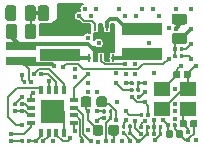
<source format=gbr>
G04 #@! TF.GenerationSoftware,KiCad,Pcbnew,(5.1.0)-1*
G04 #@! TF.CreationDate,2019-09-21T16:05:28-07:00*
G04 #@! TF.ProjectId,Miniscope-v4-wire-free,4d696e69-7363-46f7-9065-2d76342d7769,rev?*
G04 #@! TF.SameCoordinates,Original*
G04 #@! TF.FileFunction,Copper,L6,Bot*
G04 #@! TF.FilePolarity,Positive*
%FSLAX46Y46*%
G04 Gerber Fmt 4.6, Leading zero omitted, Abs format (unit mm)*
G04 Created by KiCad (PCBNEW (5.1.0)-1) date 2019-09-21 16:05:28*
%MOMM*%
%LPD*%
G04 APERTURE LIST*
%ADD10C,0.100000*%
%ADD11C,0.890000*%
%ADD12C,0.310000*%
%ADD13R,1.400000X1.200000*%
%ADD14R,1.050000X1.050000*%
%ADD15R,0.320000X0.740000*%
%ADD16R,0.740000X0.320000*%
%ADD17R,0.260000X0.660000*%
%ADD18R,3.400000X1.000000*%
%ADD19R,2.540000X0.762000*%
%ADD20C,0.580000*%
%ADD21C,0.930000*%
%ADD22C,0.450000*%
%ADD23C,0.152400*%
%ADD24C,0.304800*%
G04 APERTURE END LIST*
D10*
G36*
X110672309Y-96067871D02*
G01*
X110693908Y-96071075D01*
X110715088Y-96076381D01*
X110735647Y-96083737D01*
X110755386Y-96093073D01*
X110774114Y-96104298D01*
X110791653Y-96117305D01*
X110807831Y-96131969D01*
X110822495Y-96148147D01*
X110835502Y-96165686D01*
X110846727Y-96184414D01*
X110856063Y-96204153D01*
X110863419Y-96224712D01*
X110868725Y-96245892D01*
X110871929Y-96267491D01*
X110873000Y-96289300D01*
X110873000Y-96764300D01*
X110871929Y-96786109D01*
X110868725Y-96807708D01*
X110863419Y-96828888D01*
X110856063Y-96849447D01*
X110846727Y-96869186D01*
X110835502Y-96887914D01*
X110822495Y-96905453D01*
X110807831Y-96921631D01*
X110791653Y-96936295D01*
X110774114Y-96949302D01*
X110755386Y-96960527D01*
X110735647Y-96969863D01*
X110715088Y-96977219D01*
X110693908Y-96982525D01*
X110672309Y-96985729D01*
X110650500Y-96986800D01*
X110205500Y-96986800D01*
X110183691Y-96985729D01*
X110162092Y-96982525D01*
X110140912Y-96977219D01*
X110120353Y-96969863D01*
X110100614Y-96960527D01*
X110081886Y-96949302D01*
X110064347Y-96936295D01*
X110048169Y-96921631D01*
X110033505Y-96905453D01*
X110020498Y-96887914D01*
X110009273Y-96869186D01*
X109999937Y-96849447D01*
X109992581Y-96828888D01*
X109987275Y-96807708D01*
X109984071Y-96786109D01*
X109983000Y-96764300D01*
X109983000Y-96289300D01*
X109984071Y-96267491D01*
X109987275Y-96245892D01*
X109992581Y-96224712D01*
X109999937Y-96204153D01*
X110009273Y-96184414D01*
X110020498Y-96165686D01*
X110033505Y-96148147D01*
X110048169Y-96131969D01*
X110064347Y-96117305D01*
X110081886Y-96104298D01*
X110100614Y-96093073D01*
X110120353Y-96083737D01*
X110140912Y-96076381D01*
X110162092Y-96071075D01*
X110183691Y-96067871D01*
X110205500Y-96066800D01*
X110650500Y-96066800D01*
X110672309Y-96067871D01*
X110672309Y-96067871D01*
G37*
D11*
X110428000Y-96526800D03*
D10*
G36*
X109342309Y-96067871D02*
G01*
X109363908Y-96071075D01*
X109385088Y-96076381D01*
X109405647Y-96083737D01*
X109425386Y-96093073D01*
X109444114Y-96104298D01*
X109461653Y-96117305D01*
X109477831Y-96131969D01*
X109492495Y-96148147D01*
X109505502Y-96165686D01*
X109516727Y-96184414D01*
X109526063Y-96204153D01*
X109533419Y-96224712D01*
X109538725Y-96245892D01*
X109541929Y-96267491D01*
X109543000Y-96289300D01*
X109543000Y-96764300D01*
X109541929Y-96786109D01*
X109538725Y-96807708D01*
X109533419Y-96828888D01*
X109526063Y-96849447D01*
X109516727Y-96869186D01*
X109505502Y-96887914D01*
X109492495Y-96905453D01*
X109477831Y-96921631D01*
X109461653Y-96936295D01*
X109444114Y-96949302D01*
X109425386Y-96960527D01*
X109405647Y-96969863D01*
X109385088Y-96977219D01*
X109363908Y-96982525D01*
X109342309Y-96985729D01*
X109320500Y-96986800D01*
X108875500Y-96986800D01*
X108853691Y-96985729D01*
X108832092Y-96982525D01*
X108810912Y-96977219D01*
X108790353Y-96969863D01*
X108770614Y-96960527D01*
X108751886Y-96949302D01*
X108734347Y-96936295D01*
X108718169Y-96921631D01*
X108703505Y-96905453D01*
X108690498Y-96887914D01*
X108679273Y-96869186D01*
X108669937Y-96849447D01*
X108662581Y-96828888D01*
X108657275Y-96807708D01*
X108654071Y-96786109D01*
X108653000Y-96764300D01*
X108653000Y-96289300D01*
X108654071Y-96267491D01*
X108657275Y-96245892D01*
X108662581Y-96224712D01*
X108669937Y-96204153D01*
X108679273Y-96184414D01*
X108690498Y-96165686D01*
X108703505Y-96148147D01*
X108718169Y-96131969D01*
X108734347Y-96117305D01*
X108751886Y-96104298D01*
X108770614Y-96093073D01*
X108790353Y-96083737D01*
X108810912Y-96076381D01*
X108832092Y-96071075D01*
X108853691Y-96067871D01*
X108875500Y-96066800D01*
X109320500Y-96066800D01*
X109342309Y-96067871D01*
X109342309Y-96067871D01*
G37*
D11*
X109098000Y-96526800D03*
D10*
G36*
X116244496Y-89473773D02*
G01*
X116252019Y-89474889D01*
X116259397Y-89476737D01*
X116266558Y-89479299D01*
X116273433Y-89482551D01*
X116279957Y-89486461D01*
X116286065Y-89490992D01*
X116291701Y-89496099D01*
X116296808Y-89501735D01*
X116301339Y-89507843D01*
X116305249Y-89514367D01*
X116308501Y-89521242D01*
X116311063Y-89528403D01*
X116312911Y-89535781D01*
X116314027Y-89543304D01*
X116314400Y-89550900D01*
X116314400Y-89735900D01*
X116314027Y-89743496D01*
X116312911Y-89751019D01*
X116311063Y-89758397D01*
X116308501Y-89765558D01*
X116305249Y-89772433D01*
X116301339Y-89778957D01*
X116296808Y-89785065D01*
X116291701Y-89790701D01*
X116286065Y-89795808D01*
X116279957Y-89800339D01*
X116273433Y-89804249D01*
X116266558Y-89807501D01*
X116259397Y-89810063D01*
X116252019Y-89811911D01*
X116244496Y-89813027D01*
X116236900Y-89813400D01*
X116081900Y-89813400D01*
X116074304Y-89813027D01*
X116066781Y-89811911D01*
X116059403Y-89810063D01*
X116052242Y-89807501D01*
X116045367Y-89804249D01*
X116038843Y-89800339D01*
X116032735Y-89795808D01*
X116027099Y-89790701D01*
X116021992Y-89785065D01*
X116017461Y-89778957D01*
X116013551Y-89772433D01*
X116010299Y-89765558D01*
X116007737Y-89758397D01*
X116005889Y-89751019D01*
X116004773Y-89743496D01*
X116004400Y-89735900D01*
X116004400Y-89550900D01*
X116004773Y-89543304D01*
X116005889Y-89535781D01*
X116007737Y-89528403D01*
X116010299Y-89521242D01*
X116013551Y-89514367D01*
X116017461Y-89507843D01*
X116021992Y-89501735D01*
X116027099Y-89496099D01*
X116032735Y-89490992D01*
X116038843Y-89486461D01*
X116045367Y-89482551D01*
X116052242Y-89479299D01*
X116059403Y-89476737D01*
X116066781Y-89474889D01*
X116074304Y-89473773D01*
X116081900Y-89473400D01*
X116236900Y-89473400D01*
X116244496Y-89473773D01*
X116244496Y-89473773D01*
G37*
D12*
X116159400Y-89643400D03*
D10*
G36*
X115694496Y-89473773D02*
G01*
X115702019Y-89474889D01*
X115709397Y-89476737D01*
X115716558Y-89479299D01*
X115723433Y-89482551D01*
X115729957Y-89486461D01*
X115736065Y-89490992D01*
X115741701Y-89496099D01*
X115746808Y-89501735D01*
X115751339Y-89507843D01*
X115755249Y-89514367D01*
X115758501Y-89521242D01*
X115761063Y-89528403D01*
X115762911Y-89535781D01*
X115764027Y-89543304D01*
X115764400Y-89550900D01*
X115764400Y-89735900D01*
X115764027Y-89743496D01*
X115762911Y-89751019D01*
X115761063Y-89758397D01*
X115758501Y-89765558D01*
X115755249Y-89772433D01*
X115751339Y-89778957D01*
X115746808Y-89785065D01*
X115741701Y-89790701D01*
X115736065Y-89795808D01*
X115729957Y-89800339D01*
X115723433Y-89804249D01*
X115716558Y-89807501D01*
X115709397Y-89810063D01*
X115702019Y-89811911D01*
X115694496Y-89813027D01*
X115686900Y-89813400D01*
X115531900Y-89813400D01*
X115524304Y-89813027D01*
X115516781Y-89811911D01*
X115509403Y-89810063D01*
X115502242Y-89807501D01*
X115495367Y-89804249D01*
X115488843Y-89800339D01*
X115482735Y-89795808D01*
X115477099Y-89790701D01*
X115471992Y-89785065D01*
X115467461Y-89778957D01*
X115463551Y-89772433D01*
X115460299Y-89765558D01*
X115457737Y-89758397D01*
X115455889Y-89751019D01*
X115454773Y-89743496D01*
X115454400Y-89735900D01*
X115454400Y-89550900D01*
X115454773Y-89543304D01*
X115455889Y-89535781D01*
X115457737Y-89528403D01*
X115460299Y-89521242D01*
X115463551Y-89514367D01*
X115467461Y-89507843D01*
X115471992Y-89501735D01*
X115477099Y-89496099D01*
X115482735Y-89490992D01*
X115488843Y-89486461D01*
X115495367Y-89482551D01*
X115502242Y-89479299D01*
X115509403Y-89476737D01*
X115516781Y-89474889D01*
X115524304Y-89473773D01*
X115531900Y-89473400D01*
X115686900Y-89473400D01*
X115694496Y-89473773D01*
X115694496Y-89473773D01*
G37*
D12*
X115609400Y-89643400D03*
D10*
G36*
X116244496Y-90108773D02*
G01*
X116252019Y-90109889D01*
X116259397Y-90111737D01*
X116266558Y-90114299D01*
X116273433Y-90117551D01*
X116279957Y-90121461D01*
X116286065Y-90125992D01*
X116291701Y-90131099D01*
X116296808Y-90136735D01*
X116301339Y-90142843D01*
X116305249Y-90149367D01*
X116308501Y-90156242D01*
X116311063Y-90163403D01*
X116312911Y-90170781D01*
X116314027Y-90178304D01*
X116314400Y-90185900D01*
X116314400Y-90370900D01*
X116314027Y-90378496D01*
X116312911Y-90386019D01*
X116311063Y-90393397D01*
X116308501Y-90400558D01*
X116305249Y-90407433D01*
X116301339Y-90413957D01*
X116296808Y-90420065D01*
X116291701Y-90425701D01*
X116286065Y-90430808D01*
X116279957Y-90435339D01*
X116273433Y-90439249D01*
X116266558Y-90442501D01*
X116259397Y-90445063D01*
X116252019Y-90446911D01*
X116244496Y-90448027D01*
X116236900Y-90448400D01*
X116081900Y-90448400D01*
X116074304Y-90448027D01*
X116066781Y-90446911D01*
X116059403Y-90445063D01*
X116052242Y-90442501D01*
X116045367Y-90439249D01*
X116038843Y-90435339D01*
X116032735Y-90430808D01*
X116027099Y-90425701D01*
X116021992Y-90420065D01*
X116017461Y-90413957D01*
X116013551Y-90407433D01*
X116010299Y-90400558D01*
X116007737Y-90393397D01*
X116005889Y-90386019D01*
X116004773Y-90378496D01*
X116004400Y-90370900D01*
X116004400Y-90185900D01*
X116004773Y-90178304D01*
X116005889Y-90170781D01*
X116007737Y-90163403D01*
X116010299Y-90156242D01*
X116013551Y-90149367D01*
X116017461Y-90142843D01*
X116021992Y-90136735D01*
X116027099Y-90131099D01*
X116032735Y-90125992D01*
X116038843Y-90121461D01*
X116045367Y-90117551D01*
X116052242Y-90114299D01*
X116059403Y-90111737D01*
X116066781Y-90109889D01*
X116074304Y-90108773D01*
X116081900Y-90108400D01*
X116236900Y-90108400D01*
X116244496Y-90108773D01*
X116244496Y-90108773D01*
G37*
D12*
X116159400Y-90278400D03*
D10*
G36*
X115694496Y-90108773D02*
G01*
X115702019Y-90109889D01*
X115709397Y-90111737D01*
X115716558Y-90114299D01*
X115723433Y-90117551D01*
X115729957Y-90121461D01*
X115736065Y-90125992D01*
X115741701Y-90131099D01*
X115746808Y-90136735D01*
X115751339Y-90142843D01*
X115755249Y-90149367D01*
X115758501Y-90156242D01*
X115761063Y-90163403D01*
X115762911Y-90170781D01*
X115764027Y-90178304D01*
X115764400Y-90185900D01*
X115764400Y-90370900D01*
X115764027Y-90378496D01*
X115762911Y-90386019D01*
X115761063Y-90393397D01*
X115758501Y-90400558D01*
X115755249Y-90407433D01*
X115751339Y-90413957D01*
X115746808Y-90420065D01*
X115741701Y-90425701D01*
X115736065Y-90430808D01*
X115729957Y-90435339D01*
X115723433Y-90439249D01*
X115716558Y-90442501D01*
X115709397Y-90445063D01*
X115702019Y-90446911D01*
X115694496Y-90448027D01*
X115686900Y-90448400D01*
X115531900Y-90448400D01*
X115524304Y-90448027D01*
X115516781Y-90446911D01*
X115509403Y-90445063D01*
X115502242Y-90442501D01*
X115495367Y-90439249D01*
X115488843Y-90435339D01*
X115482735Y-90430808D01*
X115477099Y-90425701D01*
X115471992Y-90420065D01*
X115467461Y-90413957D01*
X115463551Y-90407433D01*
X115460299Y-90400558D01*
X115457737Y-90393397D01*
X115455889Y-90386019D01*
X115454773Y-90378496D01*
X115454400Y-90370900D01*
X115454400Y-90185900D01*
X115454773Y-90178304D01*
X115455889Y-90170781D01*
X115457737Y-90163403D01*
X115460299Y-90156242D01*
X115463551Y-90149367D01*
X115467461Y-90142843D01*
X115471992Y-90136735D01*
X115477099Y-90131099D01*
X115482735Y-90125992D01*
X115488843Y-90121461D01*
X115495367Y-90117551D01*
X115502242Y-90114299D01*
X115509403Y-90111737D01*
X115516781Y-90109889D01*
X115524304Y-90108773D01*
X115531900Y-90108400D01*
X115686900Y-90108400D01*
X115694496Y-90108773D01*
X115694496Y-90108773D01*
G37*
D12*
X115609400Y-90278400D03*
D10*
G36*
X109700096Y-95341173D02*
G01*
X109707619Y-95342289D01*
X109714997Y-95344137D01*
X109722158Y-95346699D01*
X109729033Y-95349951D01*
X109735557Y-95353861D01*
X109741665Y-95358392D01*
X109747301Y-95363499D01*
X109752408Y-95369135D01*
X109756939Y-95375243D01*
X109760849Y-95381767D01*
X109764101Y-95388642D01*
X109766663Y-95395803D01*
X109768511Y-95403181D01*
X109769627Y-95410704D01*
X109770000Y-95418300D01*
X109770000Y-95603300D01*
X109769627Y-95610896D01*
X109768511Y-95618419D01*
X109766663Y-95625797D01*
X109764101Y-95632958D01*
X109760849Y-95639833D01*
X109756939Y-95646357D01*
X109752408Y-95652465D01*
X109747301Y-95658101D01*
X109741665Y-95663208D01*
X109735557Y-95667739D01*
X109729033Y-95671649D01*
X109722158Y-95674901D01*
X109714997Y-95677463D01*
X109707619Y-95679311D01*
X109700096Y-95680427D01*
X109692500Y-95680800D01*
X109537500Y-95680800D01*
X109529904Y-95680427D01*
X109522381Y-95679311D01*
X109515003Y-95677463D01*
X109507842Y-95674901D01*
X109500967Y-95671649D01*
X109494443Y-95667739D01*
X109488335Y-95663208D01*
X109482699Y-95658101D01*
X109477592Y-95652465D01*
X109473061Y-95646357D01*
X109469151Y-95639833D01*
X109465899Y-95632958D01*
X109463337Y-95625797D01*
X109461489Y-95618419D01*
X109460373Y-95610896D01*
X109460000Y-95603300D01*
X109460000Y-95418300D01*
X109460373Y-95410704D01*
X109461489Y-95403181D01*
X109463337Y-95395803D01*
X109465899Y-95388642D01*
X109469151Y-95381767D01*
X109473061Y-95375243D01*
X109477592Y-95369135D01*
X109482699Y-95363499D01*
X109488335Y-95358392D01*
X109494443Y-95353861D01*
X109500967Y-95349951D01*
X109507842Y-95346699D01*
X109515003Y-95344137D01*
X109522381Y-95342289D01*
X109529904Y-95341173D01*
X109537500Y-95340800D01*
X109692500Y-95340800D01*
X109700096Y-95341173D01*
X109700096Y-95341173D01*
G37*
D12*
X109615000Y-95510800D03*
D10*
G36*
X110250096Y-95341173D02*
G01*
X110257619Y-95342289D01*
X110264997Y-95344137D01*
X110272158Y-95346699D01*
X110279033Y-95349951D01*
X110285557Y-95353861D01*
X110291665Y-95358392D01*
X110297301Y-95363499D01*
X110302408Y-95369135D01*
X110306939Y-95375243D01*
X110310849Y-95381767D01*
X110314101Y-95388642D01*
X110316663Y-95395803D01*
X110318511Y-95403181D01*
X110319627Y-95410704D01*
X110320000Y-95418300D01*
X110320000Y-95603300D01*
X110319627Y-95610896D01*
X110318511Y-95618419D01*
X110316663Y-95625797D01*
X110314101Y-95632958D01*
X110310849Y-95639833D01*
X110306939Y-95646357D01*
X110302408Y-95652465D01*
X110297301Y-95658101D01*
X110291665Y-95663208D01*
X110285557Y-95667739D01*
X110279033Y-95671649D01*
X110272158Y-95674901D01*
X110264997Y-95677463D01*
X110257619Y-95679311D01*
X110250096Y-95680427D01*
X110242500Y-95680800D01*
X110087500Y-95680800D01*
X110079904Y-95680427D01*
X110072381Y-95679311D01*
X110065003Y-95677463D01*
X110057842Y-95674901D01*
X110050967Y-95671649D01*
X110044443Y-95667739D01*
X110038335Y-95663208D01*
X110032699Y-95658101D01*
X110027592Y-95652465D01*
X110023061Y-95646357D01*
X110019151Y-95639833D01*
X110015899Y-95632958D01*
X110013337Y-95625797D01*
X110011489Y-95618419D01*
X110010373Y-95610896D01*
X110010000Y-95603300D01*
X110010000Y-95418300D01*
X110010373Y-95410704D01*
X110011489Y-95403181D01*
X110013337Y-95395803D01*
X110015899Y-95388642D01*
X110019151Y-95381767D01*
X110023061Y-95375243D01*
X110027592Y-95369135D01*
X110032699Y-95363499D01*
X110038335Y-95358392D01*
X110044443Y-95353861D01*
X110050967Y-95349951D01*
X110057842Y-95346699D01*
X110065003Y-95344137D01*
X110072381Y-95342289D01*
X110079904Y-95341173D01*
X110087500Y-95340800D01*
X110242500Y-95340800D01*
X110250096Y-95341173D01*
X110250096Y-95341173D01*
G37*
D12*
X110165000Y-95510800D03*
D10*
G36*
X109700096Y-94782373D02*
G01*
X109707619Y-94783489D01*
X109714997Y-94785337D01*
X109722158Y-94787899D01*
X109729033Y-94791151D01*
X109735557Y-94795061D01*
X109741665Y-94799592D01*
X109747301Y-94804699D01*
X109752408Y-94810335D01*
X109756939Y-94816443D01*
X109760849Y-94822967D01*
X109764101Y-94829842D01*
X109766663Y-94837003D01*
X109768511Y-94844381D01*
X109769627Y-94851904D01*
X109770000Y-94859500D01*
X109770000Y-95044500D01*
X109769627Y-95052096D01*
X109768511Y-95059619D01*
X109766663Y-95066997D01*
X109764101Y-95074158D01*
X109760849Y-95081033D01*
X109756939Y-95087557D01*
X109752408Y-95093665D01*
X109747301Y-95099301D01*
X109741665Y-95104408D01*
X109735557Y-95108939D01*
X109729033Y-95112849D01*
X109722158Y-95116101D01*
X109714997Y-95118663D01*
X109707619Y-95120511D01*
X109700096Y-95121627D01*
X109692500Y-95122000D01*
X109537500Y-95122000D01*
X109529904Y-95121627D01*
X109522381Y-95120511D01*
X109515003Y-95118663D01*
X109507842Y-95116101D01*
X109500967Y-95112849D01*
X109494443Y-95108939D01*
X109488335Y-95104408D01*
X109482699Y-95099301D01*
X109477592Y-95093665D01*
X109473061Y-95087557D01*
X109469151Y-95081033D01*
X109465899Y-95074158D01*
X109463337Y-95066997D01*
X109461489Y-95059619D01*
X109460373Y-95052096D01*
X109460000Y-95044500D01*
X109460000Y-94859500D01*
X109460373Y-94851904D01*
X109461489Y-94844381D01*
X109463337Y-94837003D01*
X109465899Y-94829842D01*
X109469151Y-94822967D01*
X109473061Y-94816443D01*
X109477592Y-94810335D01*
X109482699Y-94804699D01*
X109488335Y-94799592D01*
X109494443Y-94795061D01*
X109500967Y-94791151D01*
X109507842Y-94787899D01*
X109515003Y-94785337D01*
X109522381Y-94783489D01*
X109529904Y-94782373D01*
X109537500Y-94782000D01*
X109692500Y-94782000D01*
X109700096Y-94782373D01*
X109700096Y-94782373D01*
G37*
D12*
X109615000Y-94952000D03*
D10*
G36*
X110250096Y-94782373D02*
G01*
X110257619Y-94783489D01*
X110264997Y-94785337D01*
X110272158Y-94787899D01*
X110279033Y-94791151D01*
X110285557Y-94795061D01*
X110291665Y-94799592D01*
X110297301Y-94804699D01*
X110302408Y-94810335D01*
X110306939Y-94816443D01*
X110310849Y-94822967D01*
X110314101Y-94829842D01*
X110316663Y-94837003D01*
X110318511Y-94844381D01*
X110319627Y-94851904D01*
X110320000Y-94859500D01*
X110320000Y-95044500D01*
X110319627Y-95052096D01*
X110318511Y-95059619D01*
X110316663Y-95066997D01*
X110314101Y-95074158D01*
X110310849Y-95081033D01*
X110306939Y-95087557D01*
X110302408Y-95093665D01*
X110297301Y-95099301D01*
X110291665Y-95104408D01*
X110285557Y-95108939D01*
X110279033Y-95112849D01*
X110272158Y-95116101D01*
X110264997Y-95118663D01*
X110257619Y-95120511D01*
X110250096Y-95121627D01*
X110242500Y-95122000D01*
X110087500Y-95122000D01*
X110079904Y-95121627D01*
X110072381Y-95120511D01*
X110065003Y-95118663D01*
X110057842Y-95116101D01*
X110050967Y-95112849D01*
X110044443Y-95108939D01*
X110038335Y-95104408D01*
X110032699Y-95099301D01*
X110027592Y-95093665D01*
X110023061Y-95087557D01*
X110019151Y-95081033D01*
X110015899Y-95074158D01*
X110013337Y-95066997D01*
X110011489Y-95059619D01*
X110010373Y-95052096D01*
X110010000Y-95044500D01*
X110010000Y-94859500D01*
X110010373Y-94851904D01*
X110011489Y-94844381D01*
X110013337Y-94837003D01*
X110015899Y-94829842D01*
X110019151Y-94822967D01*
X110023061Y-94816443D01*
X110027592Y-94810335D01*
X110032699Y-94804699D01*
X110038335Y-94799592D01*
X110044443Y-94795061D01*
X110050967Y-94791151D01*
X110057842Y-94787899D01*
X110065003Y-94785337D01*
X110072381Y-94783489D01*
X110079904Y-94782373D01*
X110087500Y-94782000D01*
X110242500Y-94782000D01*
X110250096Y-94782373D01*
X110250096Y-94782373D01*
G37*
D12*
X110165000Y-94952000D03*
D13*
X114479600Y-94709800D03*
X116679600Y-94709800D03*
X116679600Y-93009800D03*
X114479600Y-93009800D03*
D14*
X105716800Y-95427000D03*
X104766800Y-95427000D03*
X105716800Y-94477000D03*
X104766800Y-94477000D03*
D15*
X104266800Y-96747000D03*
X104916800Y-96747000D03*
X105566800Y-96747000D03*
X106216800Y-96747000D03*
D16*
X107036800Y-95927000D03*
X107036800Y-95277000D03*
X107036800Y-94627000D03*
X107036800Y-93977000D03*
D15*
X106216800Y-93157000D03*
X105566800Y-93157000D03*
X104916800Y-93157000D03*
X104266800Y-93157000D03*
D16*
X103446800Y-93977000D03*
X103446800Y-94627000D03*
X103446800Y-95277000D03*
X103446800Y-95927000D03*
D17*
X108356600Y-90445000D03*
X108856600Y-90445000D03*
X109356600Y-90445000D03*
X109856600Y-90445000D03*
X110356600Y-90445000D03*
X110356600Y-87775000D03*
X109856600Y-87775000D03*
X109356600Y-87775000D03*
X108856600Y-87775000D03*
X108356600Y-87775000D03*
D18*
X105851400Y-88034600D03*
X105851400Y-90134600D03*
X112836400Y-87983800D03*
X112836400Y-90083800D03*
D10*
G36*
X109656309Y-93680271D02*
G01*
X109677908Y-93683475D01*
X109699088Y-93688781D01*
X109719647Y-93696137D01*
X109739386Y-93705473D01*
X109758114Y-93716698D01*
X109775653Y-93729705D01*
X109791831Y-93744369D01*
X109806495Y-93760547D01*
X109819502Y-93778086D01*
X109830727Y-93796814D01*
X109840063Y-93816553D01*
X109847419Y-93837112D01*
X109852725Y-93858292D01*
X109855929Y-93879891D01*
X109857000Y-93901700D01*
X109857000Y-94376700D01*
X109855929Y-94398509D01*
X109852725Y-94420108D01*
X109847419Y-94441288D01*
X109840063Y-94461847D01*
X109830727Y-94481586D01*
X109819502Y-94500314D01*
X109806495Y-94517853D01*
X109791831Y-94534031D01*
X109775653Y-94548695D01*
X109758114Y-94561702D01*
X109739386Y-94572927D01*
X109719647Y-94582263D01*
X109699088Y-94589619D01*
X109677908Y-94594925D01*
X109656309Y-94598129D01*
X109634500Y-94599200D01*
X109189500Y-94599200D01*
X109167691Y-94598129D01*
X109146092Y-94594925D01*
X109124912Y-94589619D01*
X109104353Y-94582263D01*
X109084614Y-94572927D01*
X109065886Y-94561702D01*
X109048347Y-94548695D01*
X109032169Y-94534031D01*
X109017505Y-94517853D01*
X109004498Y-94500314D01*
X108993273Y-94481586D01*
X108983937Y-94461847D01*
X108976581Y-94441288D01*
X108971275Y-94420108D01*
X108968071Y-94398509D01*
X108967000Y-94376700D01*
X108967000Y-93901700D01*
X108968071Y-93879891D01*
X108971275Y-93858292D01*
X108976581Y-93837112D01*
X108983937Y-93816553D01*
X108993273Y-93796814D01*
X109004498Y-93778086D01*
X109017505Y-93760547D01*
X109032169Y-93744369D01*
X109048347Y-93729705D01*
X109065886Y-93716698D01*
X109084614Y-93705473D01*
X109104353Y-93696137D01*
X109124912Y-93688781D01*
X109146092Y-93683475D01*
X109167691Y-93680271D01*
X109189500Y-93679200D01*
X109634500Y-93679200D01*
X109656309Y-93680271D01*
X109656309Y-93680271D01*
G37*
D11*
X109412000Y-94139200D03*
D10*
G36*
X108326309Y-93680271D02*
G01*
X108347908Y-93683475D01*
X108369088Y-93688781D01*
X108389647Y-93696137D01*
X108409386Y-93705473D01*
X108428114Y-93716698D01*
X108445653Y-93729705D01*
X108461831Y-93744369D01*
X108476495Y-93760547D01*
X108489502Y-93778086D01*
X108500727Y-93796814D01*
X108510063Y-93816553D01*
X108517419Y-93837112D01*
X108522725Y-93858292D01*
X108525929Y-93879891D01*
X108527000Y-93901700D01*
X108527000Y-94376700D01*
X108525929Y-94398509D01*
X108522725Y-94420108D01*
X108517419Y-94441288D01*
X108510063Y-94461847D01*
X108500727Y-94481586D01*
X108489502Y-94500314D01*
X108476495Y-94517853D01*
X108461831Y-94534031D01*
X108445653Y-94548695D01*
X108428114Y-94561702D01*
X108409386Y-94572927D01*
X108389647Y-94582263D01*
X108369088Y-94589619D01*
X108347908Y-94594925D01*
X108326309Y-94598129D01*
X108304500Y-94599200D01*
X107859500Y-94599200D01*
X107837691Y-94598129D01*
X107816092Y-94594925D01*
X107794912Y-94589619D01*
X107774353Y-94582263D01*
X107754614Y-94572927D01*
X107735886Y-94561702D01*
X107718347Y-94548695D01*
X107702169Y-94534031D01*
X107687505Y-94517853D01*
X107674498Y-94500314D01*
X107663273Y-94481586D01*
X107653937Y-94461847D01*
X107646581Y-94441288D01*
X107641275Y-94420108D01*
X107638071Y-94398509D01*
X107637000Y-94376700D01*
X107637000Y-93901700D01*
X107638071Y-93879891D01*
X107641275Y-93858292D01*
X107646581Y-93837112D01*
X107653937Y-93816553D01*
X107663273Y-93796814D01*
X107674498Y-93778086D01*
X107687505Y-93760547D01*
X107702169Y-93744369D01*
X107718347Y-93729705D01*
X107735886Y-93716698D01*
X107754614Y-93705473D01*
X107774353Y-93696137D01*
X107794912Y-93688781D01*
X107816092Y-93683475D01*
X107837691Y-93680271D01*
X107859500Y-93679200D01*
X108304500Y-93679200D01*
X108326309Y-93680271D01*
X108326309Y-93680271D01*
G37*
D11*
X108082000Y-94139200D03*
D19*
X102574800Y-90710200D03*
X102574800Y-89440200D03*
D10*
G36*
X116462212Y-95653698D02*
G01*
X116476288Y-95655786D01*
X116490091Y-95659244D01*
X116503489Y-95664037D01*
X116516353Y-95670121D01*
X116528558Y-95677437D01*
X116539987Y-95685913D01*
X116550530Y-95695470D01*
X116560087Y-95706013D01*
X116568563Y-95717442D01*
X116575879Y-95729647D01*
X116581963Y-95742511D01*
X116586756Y-95755909D01*
X116590214Y-95769712D01*
X116592302Y-95783788D01*
X116593000Y-95798000D01*
X116593000Y-96138000D01*
X116592302Y-96152212D01*
X116590214Y-96166288D01*
X116586756Y-96180091D01*
X116581963Y-96193489D01*
X116575879Y-96206353D01*
X116568563Y-96218558D01*
X116560087Y-96229987D01*
X116550530Y-96240530D01*
X116539987Y-96250087D01*
X116528558Y-96258563D01*
X116516353Y-96265879D01*
X116503489Y-96271963D01*
X116490091Y-96276756D01*
X116476288Y-96280214D01*
X116462212Y-96282302D01*
X116448000Y-96283000D01*
X116158000Y-96283000D01*
X116143788Y-96282302D01*
X116129712Y-96280214D01*
X116115909Y-96276756D01*
X116102511Y-96271963D01*
X116089647Y-96265879D01*
X116077442Y-96258563D01*
X116066013Y-96250087D01*
X116055470Y-96240530D01*
X116045913Y-96229987D01*
X116037437Y-96218558D01*
X116030121Y-96206353D01*
X116024037Y-96193489D01*
X116019244Y-96180091D01*
X116015786Y-96166288D01*
X116013698Y-96152212D01*
X116013000Y-96138000D01*
X116013000Y-95798000D01*
X116013698Y-95783788D01*
X116015786Y-95769712D01*
X116019244Y-95755909D01*
X116024037Y-95742511D01*
X116030121Y-95729647D01*
X116037437Y-95717442D01*
X116045913Y-95706013D01*
X116055470Y-95695470D01*
X116066013Y-95685913D01*
X116077442Y-95677437D01*
X116089647Y-95670121D01*
X116102511Y-95664037D01*
X116115909Y-95659244D01*
X116129712Y-95655786D01*
X116143788Y-95653698D01*
X116158000Y-95653000D01*
X116448000Y-95653000D01*
X116462212Y-95653698D01*
X116462212Y-95653698D01*
G37*
D20*
X116303000Y-95968000D03*
D10*
G36*
X117352212Y-95653698D02*
G01*
X117366288Y-95655786D01*
X117380091Y-95659244D01*
X117393489Y-95664037D01*
X117406353Y-95670121D01*
X117418558Y-95677437D01*
X117429987Y-95685913D01*
X117440530Y-95695470D01*
X117450087Y-95706013D01*
X117458563Y-95717442D01*
X117465879Y-95729647D01*
X117471963Y-95742511D01*
X117476756Y-95755909D01*
X117480214Y-95769712D01*
X117482302Y-95783788D01*
X117483000Y-95798000D01*
X117483000Y-96138000D01*
X117482302Y-96152212D01*
X117480214Y-96166288D01*
X117476756Y-96180091D01*
X117471963Y-96193489D01*
X117465879Y-96206353D01*
X117458563Y-96218558D01*
X117450087Y-96229987D01*
X117440530Y-96240530D01*
X117429987Y-96250087D01*
X117418558Y-96258563D01*
X117406353Y-96265879D01*
X117393489Y-96271963D01*
X117380091Y-96276756D01*
X117366288Y-96280214D01*
X117352212Y-96282302D01*
X117338000Y-96283000D01*
X117048000Y-96283000D01*
X117033788Y-96282302D01*
X117019712Y-96280214D01*
X117005909Y-96276756D01*
X116992511Y-96271963D01*
X116979647Y-96265879D01*
X116967442Y-96258563D01*
X116956013Y-96250087D01*
X116945470Y-96240530D01*
X116935913Y-96229987D01*
X116927437Y-96218558D01*
X116920121Y-96206353D01*
X116914037Y-96193489D01*
X116909244Y-96180091D01*
X116905786Y-96166288D01*
X116903698Y-96152212D01*
X116903000Y-96138000D01*
X116903000Y-95798000D01*
X116903698Y-95783788D01*
X116905786Y-95769712D01*
X116909244Y-95755909D01*
X116914037Y-95742511D01*
X116920121Y-95729647D01*
X116927437Y-95717442D01*
X116935913Y-95706013D01*
X116945470Y-95695470D01*
X116956013Y-95685913D01*
X116967442Y-95677437D01*
X116979647Y-95670121D01*
X116992511Y-95664037D01*
X117005909Y-95659244D01*
X117019712Y-95655786D01*
X117033788Y-95653698D01*
X117048000Y-95653000D01*
X117338000Y-95653000D01*
X117352212Y-95653698D01*
X117352212Y-95653698D01*
G37*
D20*
X117193000Y-95968000D03*
D10*
G36*
X115928812Y-91488098D02*
G01*
X115942888Y-91490186D01*
X115956691Y-91493644D01*
X115970089Y-91498437D01*
X115982953Y-91504521D01*
X115995158Y-91511837D01*
X116006587Y-91520313D01*
X116017130Y-91529870D01*
X116026687Y-91540413D01*
X116035163Y-91551842D01*
X116042479Y-91564047D01*
X116048563Y-91576911D01*
X116053356Y-91590309D01*
X116056814Y-91604112D01*
X116058902Y-91618188D01*
X116059600Y-91632400D01*
X116059600Y-91972400D01*
X116058902Y-91986612D01*
X116056814Y-92000688D01*
X116053356Y-92014491D01*
X116048563Y-92027889D01*
X116042479Y-92040753D01*
X116035163Y-92052958D01*
X116026687Y-92064387D01*
X116017130Y-92074930D01*
X116006587Y-92084487D01*
X115995158Y-92092963D01*
X115982953Y-92100279D01*
X115970089Y-92106363D01*
X115956691Y-92111156D01*
X115942888Y-92114614D01*
X115928812Y-92116702D01*
X115914600Y-92117400D01*
X115624600Y-92117400D01*
X115610388Y-92116702D01*
X115596312Y-92114614D01*
X115582509Y-92111156D01*
X115569111Y-92106363D01*
X115556247Y-92100279D01*
X115544042Y-92092963D01*
X115532613Y-92084487D01*
X115522070Y-92074930D01*
X115512513Y-92064387D01*
X115504037Y-92052958D01*
X115496721Y-92040753D01*
X115490637Y-92027889D01*
X115485844Y-92014491D01*
X115482386Y-92000688D01*
X115480298Y-91986612D01*
X115479600Y-91972400D01*
X115479600Y-91632400D01*
X115480298Y-91618188D01*
X115482386Y-91604112D01*
X115485844Y-91590309D01*
X115490637Y-91576911D01*
X115496721Y-91564047D01*
X115504037Y-91551842D01*
X115512513Y-91540413D01*
X115522070Y-91529870D01*
X115532613Y-91520313D01*
X115544042Y-91511837D01*
X115556247Y-91504521D01*
X115569111Y-91498437D01*
X115582509Y-91493644D01*
X115596312Y-91490186D01*
X115610388Y-91488098D01*
X115624600Y-91487400D01*
X115914600Y-91487400D01*
X115928812Y-91488098D01*
X115928812Y-91488098D01*
G37*
D20*
X115769600Y-91802400D03*
D10*
G36*
X116818812Y-91488098D02*
G01*
X116832888Y-91490186D01*
X116846691Y-91493644D01*
X116860089Y-91498437D01*
X116872953Y-91504521D01*
X116885158Y-91511837D01*
X116896587Y-91520313D01*
X116907130Y-91529870D01*
X116916687Y-91540413D01*
X116925163Y-91551842D01*
X116932479Y-91564047D01*
X116938563Y-91576911D01*
X116943356Y-91590309D01*
X116946814Y-91604112D01*
X116948902Y-91618188D01*
X116949600Y-91632400D01*
X116949600Y-91972400D01*
X116948902Y-91986612D01*
X116946814Y-92000688D01*
X116943356Y-92014491D01*
X116938563Y-92027889D01*
X116932479Y-92040753D01*
X116925163Y-92052958D01*
X116916687Y-92064387D01*
X116907130Y-92074930D01*
X116896587Y-92084487D01*
X116885158Y-92092963D01*
X116872953Y-92100279D01*
X116860089Y-92106363D01*
X116846691Y-92111156D01*
X116832888Y-92114614D01*
X116818812Y-92116702D01*
X116804600Y-92117400D01*
X116514600Y-92117400D01*
X116500388Y-92116702D01*
X116486312Y-92114614D01*
X116472509Y-92111156D01*
X116459111Y-92106363D01*
X116446247Y-92100279D01*
X116434042Y-92092963D01*
X116422613Y-92084487D01*
X116412070Y-92074930D01*
X116402513Y-92064387D01*
X116394037Y-92052958D01*
X116386721Y-92040753D01*
X116380637Y-92027889D01*
X116375844Y-92014491D01*
X116372386Y-92000688D01*
X116370298Y-91986612D01*
X116369600Y-91972400D01*
X116369600Y-91632400D01*
X116370298Y-91618188D01*
X116372386Y-91604112D01*
X116375844Y-91590309D01*
X116380637Y-91576911D01*
X116386721Y-91564047D01*
X116394037Y-91551842D01*
X116402513Y-91540413D01*
X116412070Y-91529870D01*
X116422613Y-91520313D01*
X116434042Y-91511837D01*
X116446247Y-91504521D01*
X116459111Y-91498437D01*
X116472509Y-91493644D01*
X116486312Y-91490186D01*
X116500388Y-91488098D01*
X116514600Y-91487400D01*
X116804600Y-91487400D01*
X116818812Y-91488098D01*
X116818812Y-91488098D01*
G37*
D20*
X116659600Y-91802400D03*
D10*
G36*
X101984689Y-85961920D02*
G01*
X102007258Y-85965267D01*
X102029391Y-85970811D01*
X102050874Y-85978498D01*
X102071500Y-85988253D01*
X102091070Y-85999983D01*
X102109396Y-86013575D01*
X102126302Y-86028898D01*
X102141625Y-86045804D01*
X102155217Y-86064130D01*
X102166947Y-86083700D01*
X102176702Y-86104326D01*
X102184389Y-86125809D01*
X102189933Y-86147942D01*
X102193280Y-86170511D01*
X102194400Y-86193300D01*
X102194400Y-87048300D01*
X102193280Y-87071089D01*
X102189933Y-87093658D01*
X102184389Y-87115791D01*
X102176702Y-87137274D01*
X102166947Y-87157900D01*
X102155217Y-87177470D01*
X102141625Y-87195796D01*
X102126302Y-87212702D01*
X102109396Y-87228025D01*
X102091070Y-87241617D01*
X102071500Y-87253347D01*
X102050874Y-87263102D01*
X102029391Y-87270789D01*
X102007258Y-87276333D01*
X101984689Y-87279680D01*
X101961900Y-87280800D01*
X101496900Y-87280800D01*
X101474111Y-87279680D01*
X101451542Y-87276333D01*
X101429409Y-87270789D01*
X101407926Y-87263102D01*
X101387300Y-87253347D01*
X101367730Y-87241617D01*
X101349404Y-87228025D01*
X101332498Y-87212702D01*
X101317175Y-87195796D01*
X101303583Y-87177470D01*
X101291853Y-87157900D01*
X101282098Y-87137274D01*
X101274411Y-87115791D01*
X101268867Y-87093658D01*
X101265520Y-87071089D01*
X101264400Y-87048300D01*
X101264400Y-86193300D01*
X101265520Y-86170511D01*
X101268867Y-86147942D01*
X101274411Y-86125809D01*
X101282098Y-86104326D01*
X101291853Y-86083700D01*
X101303583Y-86064130D01*
X101317175Y-86045804D01*
X101332498Y-86028898D01*
X101349404Y-86013575D01*
X101367730Y-85999983D01*
X101387300Y-85988253D01*
X101407926Y-85978498D01*
X101429409Y-85970811D01*
X101451542Y-85965267D01*
X101474111Y-85961920D01*
X101496900Y-85960800D01*
X101961900Y-85960800D01*
X101984689Y-85961920D01*
X101984689Y-85961920D01*
G37*
D21*
X101729400Y-86620800D03*
D10*
G36*
X103624689Y-85961920D02*
G01*
X103647258Y-85965267D01*
X103669391Y-85970811D01*
X103690874Y-85978498D01*
X103711500Y-85988253D01*
X103731070Y-85999983D01*
X103749396Y-86013575D01*
X103766302Y-86028898D01*
X103781625Y-86045804D01*
X103795217Y-86064130D01*
X103806947Y-86083700D01*
X103816702Y-86104326D01*
X103824389Y-86125809D01*
X103829933Y-86147942D01*
X103833280Y-86170511D01*
X103834400Y-86193300D01*
X103834400Y-87048300D01*
X103833280Y-87071089D01*
X103829933Y-87093658D01*
X103824389Y-87115791D01*
X103816702Y-87137274D01*
X103806947Y-87157900D01*
X103795217Y-87177470D01*
X103781625Y-87195796D01*
X103766302Y-87212702D01*
X103749396Y-87228025D01*
X103731070Y-87241617D01*
X103711500Y-87253347D01*
X103690874Y-87263102D01*
X103669391Y-87270789D01*
X103647258Y-87276333D01*
X103624689Y-87279680D01*
X103601900Y-87280800D01*
X103136900Y-87280800D01*
X103114111Y-87279680D01*
X103091542Y-87276333D01*
X103069409Y-87270789D01*
X103047926Y-87263102D01*
X103027300Y-87253347D01*
X103007730Y-87241617D01*
X102989404Y-87228025D01*
X102972498Y-87212702D01*
X102957175Y-87195796D01*
X102943583Y-87177470D01*
X102931853Y-87157900D01*
X102922098Y-87137274D01*
X102914411Y-87115791D01*
X102908867Y-87093658D01*
X102905520Y-87071089D01*
X102904400Y-87048300D01*
X102904400Y-86193300D01*
X102905520Y-86170511D01*
X102908867Y-86147942D01*
X102914411Y-86125809D01*
X102922098Y-86104326D01*
X102931853Y-86083700D01*
X102943583Y-86064130D01*
X102957175Y-86045804D01*
X102972498Y-86028898D01*
X102989404Y-86013575D01*
X103007730Y-85999983D01*
X103027300Y-85988253D01*
X103047926Y-85978498D01*
X103069409Y-85970811D01*
X103091542Y-85965267D01*
X103114111Y-85961920D01*
X103136900Y-85960800D01*
X103601900Y-85960800D01*
X103624689Y-85961920D01*
X103624689Y-85961920D01*
G37*
D21*
X103369400Y-86620800D03*
D10*
G36*
X103523496Y-92293173D02*
G01*
X103531019Y-92294289D01*
X103538397Y-92296137D01*
X103545558Y-92298699D01*
X103552433Y-92301951D01*
X103558957Y-92305861D01*
X103565065Y-92310392D01*
X103570701Y-92315499D01*
X103575808Y-92321135D01*
X103580339Y-92327243D01*
X103584249Y-92333767D01*
X103587501Y-92340642D01*
X103590063Y-92347803D01*
X103591911Y-92355181D01*
X103593027Y-92362704D01*
X103593400Y-92370300D01*
X103593400Y-92555300D01*
X103593027Y-92562896D01*
X103591911Y-92570419D01*
X103590063Y-92577797D01*
X103587501Y-92584958D01*
X103584249Y-92591833D01*
X103580339Y-92598357D01*
X103575808Y-92604465D01*
X103570701Y-92610101D01*
X103565065Y-92615208D01*
X103558957Y-92619739D01*
X103552433Y-92623649D01*
X103545558Y-92626901D01*
X103538397Y-92629463D01*
X103531019Y-92631311D01*
X103523496Y-92632427D01*
X103515900Y-92632800D01*
X103360900Y-92632800D01*
X103353304Y-92632427D01*
X103345781Y-92631311D01*
X103338403Y-92629463D01*
X103331242Y-92626901D01*
X103324367Y-92623649D01*
X103317843Y-92619739D01*
X103311735Y-92615208D01*
X103306099Y-92610101D01*
X103300992Y-92604465D01*
X103296461Y-92598357D01*
X103292551Y-92591833D01*
X103289299Y-92584958D01*
X103286737Y-92577797D01*
X103284889Y-92570419D01*
X103283773Y-92562896D01*
X103283400Y-92555300D01*
X103283400Y-92370300D01*
X103283773Y-92362704D01*
X103284889Y-92355181D01*
X103286737Y-92347803D01*
X103289299Y-92340642D01*
X103292551Y-92333767D01*
X103296461Y-92327243D01*
X103300992Y-92321135D01*
X103306099Y-92315499D01*
X103311735Y-92310392D01*
X103317843Y-92305861D01*
X103324367Y-92301951D01*
X103331242Y-92298699D01*
X103338403Y-92296137D01*
X103345781Y-92294289D01*
X103353304Y-92293173D01*
X103360900Y-92292800D01*
X103515900Y-92292800D01*
X103523496Y-92293173D01*
X103523496Y-92293173D01*
G37*
D12*
X103438400Y-92462800D03*
D10*
G36*
X102973496Y-92293173D02*
G01*
X102981019Y-92294289D01*
X102988397Y-92296137D01*
X102995558Y-92298699D01*
X103002433Y-92301951D01*
X103008957Y-92305861D01*
X103015065Y-92310392D01*
X103020701Y-92315499D01*
X103025808Y-92321135D01*
X103030339Y-92327243D01*
X103034249Y-92333767D01*
X103037501Y-92340642D01*
X103040063Y-92347803D01*
X103041911Y-92355181D01*
X103043027Y-92362704D01*
X103043400Y-92370300D01*
X103043400Y-92555300D01*
X103043027Y-92562896D01*
X103041911Y-92570419D01*
X103040063Y-92577797D01*
X103037501Y-92584958D01*
X103034249Y-92591833D01*
X103030339Y-92598357D01*
X103025808Y-92604465D01*
X103020701Y-92610101D01*
X103015065Y-92615208D01*
X103008957Y-92619739D01*
X103002433Y-92623649D01*
X102995558Y-92626901D01*
X102988397Y-92629463D01*
X102981019Y-92631311D01*
X102973496Y-92632427D01*
X102965900Y-92632800D01*
X102810900Y-92632800D01*
X102803304Y-92632427D01*
X102795781Y-92631311D01*
X102788403Y-92629463D01*
X102781242Y-92626901D01*
X102774367Y-92623649D01*
X102767843Y-92619739D01*
X102761735Y-92615208D01*
X102756099Y-92610101D01*
X102750992Y-92604465D01*
X102746461Y-92598357D01*
X102742551Y-92591833D01*
X102739299Y-92584958D01*
X102736737Y-92577797D01*
X102734889Y-92570419D01*
X102733773Y-92562896D01*
X102733400Y-92555300D01*
X102733400Y-92370300D01*
X102733773Y-92362704D01*
X102734889Y-92355181D01*
X102736737Y-92347803D01*
X102739299Y-92340642D01*
X102742551Y-92333767D01*
X102746461Y-92327243D01*
X102750992Y-92321135D01*
X102756099Y-92315499D01*
X102761735Y-92310392D01*
X102767843Y-92305861D01*
X102774367Y-92301951D01*
X102781242Y-92298699D01*
X102788403Y-92296137D01*
X102795781Y-92294289D01*
X102803304Y-92293173D01*
X102810900Y-92292800D01*
X102965900Y-92292800D01*
X102973496Y-92293173D01*
X102973496Y-92293173D01*
G37*
D12*
X102888400Y-92462800D03*
D10*
G36*
X102765896Y-97246173D02*
G01*
X102773419Y-97247289D01*
X102780797Y-97249137D01*
X102787958Y-97251699D01*
X102794833Y-97254951D01*
X102801357Y-97258861D01*
X102807465Y-97263392D01*
X102813101Y-97268499D01*
X102818208Y-97274135D01*
X102822739Y-97280243D01*
X102826649Y-97286767D01*
X102829901Y-97293642D01*
X102832463Y-97300803D01*
X102834311Y-97308181D01*
X102835427Y-97315704D01*
X102835800Y-97323300D01*
X102835800Y-97508300D01*
X102835427Y-97515896D01*
X102834311Y-97523419D01*
X102832463Y-97530797D01*
X102829901Y-97537958D01*
X102826649Y-97544833D01*
X102822739Y-97551357D01*
X102818208Y-97557465D01*
X102813101Y-97563101D01*
X102807465Y-97568208D01*
X102801357Y-97572739D01*
X102794833Y-97576649D01*
X102787958Y-97579901D01*
X102780797Y-97582463D01*
X102773419Y-97584311D01*
X102765896Y-97585427D01*
X102758300Y-97585800D01*
X102603300Y-97585800D01*
X102595704Y-97585427D01*
X102588181Y-97584311D01*
X102580803Y-97582463D01*
X102573642Y-97579901D01*
X102566767Y-97576649D01*
X102560243Y-97572739D01*
X102554135Y-97568208D01*
X102548499Y-97563101D01*
X102543392Y-97557465D01*
X102538861Y-97551357D01*
X102534951Y-97544833D01*
X102531699Y-97537958D01*
X102529137Y-97530797D01*
X102527289Y-97523419D01*
X102526173Y-97515896D01*
X102525800Y-97508300D01*
X102525800Y-97323300D01*
X102526173Y-97315704D01*
X102527289Y-97308181D01*
X102529137Y-97300803D01*
X102531699Y-97293642D01*
X102534951Y-97286767D01*
X102538861Y-97280243D01*
X102543392Y-97274135D01*
X102548499Y-97268499D01*
X102554135Y-97263392D01*
X102560243Y-97258861D01*
X102566767Y-97254951D01*
X102573642Y-97251699D01*
X102580803Y-97249137D01*
X102588181Y-97247289D01*
X102595704Y-97246173D01*
X102603300Y-97245800D01*
X102758300Y-97245800D01*
X102765896Y-97246173D01*
X102765896Y-97246173D01*
G37*
D12*
X102680800Y-97415800D03*
D10*
G36*
X103315896Y-97246173D02*
G01*
X103323419Y-97247289D01*
X103330797Y-97249137D01*
X103337958Y-97251699D01*
X103344833Y-97254951D01*
X103351357Y-97258861D01*
X103357465Y-97263392D01*
X103363101Y-97268499D01*
X103368208Y-97274135D01*
X103372739Y-97280243D01*
X103376649Y-97286767D01*
X103379901Y-97293642D01*
X103382463Y-97300803D01*
X103384311Y-97308181D01*
X103385427Y-97315704D01*
X103385800Y-97323300D01*
X103385800Y-97508300D01*
X103385427Y-97515896D01*
X103384311Y-97523419D01*
X103382463Y-97530797D01*
X103379901Y-97537958D01*
X103376649Y-97544833D01*
X103372739Y-97551357D01*
X103368208Y-97557465D01*
X103363101Y-97563101D01*
X103357465Y-97568208D01*
X103351357Y-97572739D01*
X103344833Y-97576649D01*
X103337958Y-97579901D01*
X103330797Y-97582463D01*
X103323419Y-97584311D01*
X103315896Y-97585427D01*
X103308300Y-97585800D01*
X103153300Y-97585800D01*
X103145704Y-97585427D01*
X103138181Y-97584311D01*
X103130803Y-97582463D01*
X103123642Y-97579901D01*
X103116767Y-97576649D01*
X103110243Y-97572739D01*
X103104135Y-97568208D01*
X103098499Y-97563101D01*
X103093392Y-97557465D01*
X103088861Y-97551357D01*
X103084951Y-97544833D01*
X103081699Y-97537958D01*
X103079137Y-97530797D01*
X103077289Y-97523419D01*
X103076173Y-97515896D01*
X103075800Y-97508300D01*
X103075800Y-97323300D01*
X103076173Y-97315704D01*
X103077289Y-97308181D01*
X103079137Y-97300803D01*
X103081699Y-97293642D01*
X103084951Y-97286767D01*
X103088861Y-97280243D01*
X103093392Y-97274135D01*
X103098499Y-97268499D01*
X103104135Y-97263392D01*
X103110243Y-97258861D01*
X103116767Y-97254951D01*
X103123642Y-97251699D01*
X103130803Y-97249137D01*
X103138181Y-97247289D01*
X103145704Y-97246173D01*
X103153300Y-97245800D01*
X103308300Y-97245800D01*
X103315896Y-97246173D01*
X103315896Y-97246173D01*
G37*
D12*
X103230800Y-97415800D03*
D10*
G36*
X102166896Y-94187773D02*
G01*
X102174419Y-94188889D01*
X102181797Y-94190737D01*
X102188958Y-94193299D01*
X102195833Y-94196551D01*
X102202357Y-94200461D01*
X102208465Y-94204992D01*
X102214101Y-94210099D01*
X102219208Y-94215735D01*
X102223739Y-94221843D01*
X102227649Y-94228367D01*
X102230901Y-94235242D01*
X102233463Y-94242403D01*
X102235311Y-94249781D01*
X102236427Y-94257304D01*
X102236800Y-94264900D01*
X102236800Y-94419900D01*
X102236427Y-94427496D01*
X102235311Y-94435019D01*
X102233463Y-94442397D01*
X102230901Y-94449558D01*
X102227649Y-94456433D01*
X102223739Y-94462957D01*
X102219208Y-94469065D01*
X102214101Y-94474701D01*
X102208465Y-94479808D01*
X102202357Y-94484339D01*
X102195833Y-94488249D01*
X102188958Y-94491501D01*
X102181797Y-94494063D01*
X102174419Y-94495911D01*
X102166896Y-94497027D01*
X102159300Y-94497400D01*
X101974300Y-94497400D01*
X101966704Y-94497027D01*
X101959181Y-94495911D01*
X101951803Y-94494063D01*
X101944642Y-94491501D01*
X101937767Y-94488249D01*
X101931243Y-94484339D01*
X101925135Y-94479808D01*
X101919499Y-94474701D01*
X101914392Y-94469065D01*
X101909861Y-94462957D01*
X101905951Y-94456433D01*
X101902699Y-94449558D01*
X101900137Y-94442397D01*
X101898289Y-94435019D01*
X101897173Y-94427496D01*
X101896800Y-94419900D01*
X101896800Y-94264900D01*
X101897173Y-94257304D01*
X101898289Y-94249781D01*
X101900137Y-94242403D01*
X101902699Y-94235242D01*
X101905951Y-94228367D01*
X101909861Y-94221843D01*
X101914392Y-94215735D01*
X101919499Y-94210099D01*
X101925135Y-94204992D01*
X101931243Y-94200461D01*
X101937767Y-94196551D01*
X101944642Y-94193299D01*
X101951803Y-94190737D01*
X101959181Y-94188889D01*
X101966704Y-94187773D01*
X101974300Y-94187400D01*
X102159300Y-94187400D01*
X102166896Y-94187773D01*
X102166896Y-94187773D01*
G37*
D12*
X102066800Y-94342400D03*
D10*
G36*
X102166896Y-94737773D02*
G01*
X102174419Y-94738889D01*
X102181797Y-94740737D01*
X102188958Y-94743299D01*
X102195833Y-94746551D01*
X102202357Y-94750461D01*
X102208465Y-94754992D01*
X102214101Y-94760099D01*
X102219208Y-94765735D01*
X102223739Y-94771843D01*
X102227649Y-94778367D01*
X102230901Y-94785242D01*
X102233463Y-94792403D01*
X102235311Y-94799781D01*
X102236427Y-94807304D01*
X102236800Y-94814900D01*
X102236800Y-94969900D01*
X102236427Y-94977496D01*
X102235311Y-94985019D01*
X102233463Y-94992397D01*
X102230901Y-94999558D01*
X102227649Y-95006433D01*
X102223739Y-95012957D01*
X102219208Y-95019065D01*
X102214101Y-95024701D01*
X102208465Y-95029808D01*
X102202357Y-95034339D01*
X102195833Y-95038249D01*
X102188958Y-95041501D01*
X102181797Y-95044063D01*
X102174419Y-95045911D01*
X102166896Y-95047027D01*
X102159300Y-95047400D01*
X101974300Y-95047400D01*
X101966704Y-95047027D01*
X101959181Y-95045911D01*
X101951803Y-95044063D01*
X101944642Y-95041501D01*
X101937767Y-95038249D01*
X101931243Y-95034339D01*
X101925135Y-95029808D01*
X101919499Y-95024701D01*
X101914392Y-95019065D01*
X101909861Y-95012957D01*
X101905951Y-95006433D01*
X101902699Y-94999558D01*
X101900137Y-94992397D01*
X101898289Y-94985019D01*
X101897173Y-94977496D01*
X101896800Y-94969900D01*
X101896800Y-94814900D01*
X101897173Y-94807304D01*
X101898289Y-94799781D01*
X101900137Y-94792403D01*
X101902699Y-94785242D01*
X101905951Y-94778367D01*
X101909861Y-94771843D01*
X101914392Y-94765735D01*
X101919499Y-94760099D01*
X101925135Y-94754992D01*
X101931243Y-94750461D01*
X101937767Y-94746551D01*
X101944642Y-94743299D01*
X101951803Y-94740737D01*
X101959181Y-94738889D01*
X101966704Y-94737773D01*
X101974300Y-94737400D01*
X102159300Y-94737400D01*
X102166896Y-94737773D01*
X102166896Y-94737773D01*
G37*
D12*
X102066800Y-94892400D03*
D10*
G36*
X116183812Y-96542698D02*
G01*
X116197888Y-96544786D01*
X116211691Y-96548244D01*
X116225089Y-96553037D01*
X116237953Y-96559121D01*
X116250158Y-96566437D01*
X116261587Y-96574913D01*
X116272130Y-96584470D01*
X116281687Y-96595013D01*
X116290163Y-96606442D01*
X116297479Y-96618647D01*
X116303563Y-96631511D01*
X116308356Y-96644909D01*
X116311814Y-96658712D01*
X116313902Y-96672788D01*
X116314600Y-96687000D01*
X116314600Y-97027000D01*
X116313902Y-97041212D01*
X116311814Y-97055288D01*
X116308356Y-97069091D01*
X116303563Y-97082489D01*
X116297479Y-97095353D01*
X116290163Y-97107558D01*
X116281687Y-97118987D01*
X116272130Y-97129530D01*
X116261587Y-97139087D01*
X116250158Y-97147563D01*
X116237953Y-97154879D01*
X116225089Y-97160963D01*
X116211691Y-97165756D01*
X116197888Y-97169214D01*
X116183812Y-97171302D01*
X116169600Y-97172000D01*
X115879600Y-97172000D01*
X115865388Y-97171302D01*
X115851312Y-97169214D01*
X115837509Y-97165756D01*
X115824111Y-97160963D01*
X115811247Y-97154879D01*
X115799042Y-97147563D01*
X115787613Y-97139087D01*
X115777070Y-97129530D01*
X115767513Y-97118987D01*
X115759037Y-97107558D01*
X115751721Y-97095353D01*
X115745637Y-97082489D01*
X115740844Y-97069091D01*
X115737386Y-97055288D01*
X115735298Y-97041212D01*
X115734600Y-97027000D01*
X115734600Y-96687000D01*
X115735298Y-96672788D01*
X115737386Y-96658712D01*
X115740844Y-96644909D01*
X115745637Y-96631511D01*
X115751721Y-96618647D01*
X115759037Y-96606442D01*
X115767513Y-96595013D01*
X115777070Y-96584470D01*
X115787613Y-96574913D01*
X115799042Y-96566437D01*
X115811247Y-96559121D01*
X115824111Y-96553037D01*
X115837509Y-96548244D01*
X115851312Y-96544786D01*
X115865388Y-96542698D01*
X115879600Y-96542000D01*
X116169600Y-96542000D01*
X116183812Y-96542698D01*
X116183812Y-96542698D01*
G37*
D20*
X116024600Y-96857000D03*
D10*
G36*
X115293812Y-96542698D02*
G01*
X115307888Y-96544786D01*
X115321691Y-96548244D01*
X115335089Y-96553037D01*
X115347953Y-96559121D01*
X115360158Y-96566437D01*
X115371587Y-96574913D01*
X115382130Y-96584470D01*
X115391687Y-96595013D01*
X115400163Y-96606442D01*
X115407479Y-96618647D01*
X115413563Y-96631511D01*
X115418356Y-96644909D01*
X115421814Y-96658712D01*
X115423902Y-96672788D01*
X115424600Y-96687000D01*
X115424600Y-97027000D01*
X115423902Y-97041212D01*
X115421814Y-97055288D01*
X115418356Y-97069091D01*
X115413563Y-97082489D01*
X115407479Y-97095353D01*
X115400163Y-97107558D01*
X115391687Y-97118987D01*
X115382130Y-97129530D01*
X115371587Y-97139087D01*
X115360158Y-97147563D01*
X115347953Y-97154879D01*
X115335089Y-97160963D01*
X115321691Y-97165756D01*
X115307888Y-97169214D01*
X115293812Y-97171302D01*
X115279600Y-97172000D01*
X114989600Y-97172000D01*
X114975388Y-97171302D01*
X114961312Y-97169214D01*
X114947509Y-97165756D01*
X114934111Y-97160963D01*
X114921247Y-97154879D01*
X114909042Y-97147563D01*
X114897613Y-97139087D01*
X114887070Y-97129530D01*
X114877513Y-97118987D01*
X114869037Y-97107558D01*
X114861721Y-97095353D01*
X114855637Y-97082489D01*
X114850844Y-97069091D01*
X114847386Y-97055288D01*
X114845298Y-97041212D01*
X114844600Y-97027000D01*
X114844600Y-96687000D01*
X114845298Y-96672788D01*
X114847386Y-96658712D01*
X114850844Y-96644909D01*
X114855637Y-96631511D01*
X114861721Y-96618647D01*
X114869037Y-96606442D01*
X114877513Y-96595013D01*
X114887070Y-96584470D01*
X114897613Y-96574913D01*
X114909042Y-96566437D01*
X114921247Y-96559121D01*
X114934111Y-96553037D01*
X114947509Y-96548244D01*
X114961312Y-96544786D01*
X114975388Y-96542698D01*
X114989600Y-96542000D01*
X115279600Y-96542000D01*
X115293812Y-96542698D01*
X115293812Y-96542698D01*
G37*
D20*
X115134600Y-96857000D03*
D10*
G36*
X115685696Y-95950773D02*
G01*
X115693219Y-95951889D01*
X115700597Y-95953737D01*
X115707758Y-95956299D01*
X115714633Y-95959551D01*
X115721157Y-95963461D01*
X115727265Y-95967992D01*
X115732901Y-95973099D01*
X115738008Y-95978735D01*
X115742539Y-95984843D01*
X115746449Y-95991367D01*
X115749701Y-95998242D01*
X115752263Y-96005403D01*
X115754111Y-96012781D01*
X115755227Y-96020304D01*
X115755600Y-96027900D01*
X115755600Y-96212900D01*
X115755227Y-96220496D01*
X115754111Y-96228019D01*
X115752263Y-96235397D01*
X115749701Y-96242558D01*
X115746449Y-96249433D01*
X115742539Y-96255957D01*
X115738008Y-96262065D01*
X115732901Y-96267701D01*
X115727265Y-96272808D01*
X115721157Y-96277339D01*
X115714633Y-96281249D01*
X115707758Y-96284501D01*
X115700597Y-96287063D01*
X115693219Y-96288911D01*
X115685696Y-96290027D01*
X115678100Y-96290400D01*
X115523100Y-96290400D01*
X115515504Y-96290027D01*
X115507981Y-96288911D01*
X115500603Y-96287063D01*
X115493442Y-96284501D01*
X115486567Y-96281249D01*
X115480043Y-96277339D01*
X115473935Y-96272808D01*
X115468299Y-96267701D01*
X115463192Y-96262065D01*
X115458661Y-96255957D01*
X115454751Y-96249433D01*
X115451499Y-96242558D01*
X115448937Y-96235397D01*
X115447089Y-96228019D01*
X115445973Y-96220496D01*
X115445600Y-96212900D01*
X115445600Y-96027900D01*
X115445973Y-96020304D01*
X115447089Y-96012781D01*
X115448937Y-96005403D01*
X115451499Y-95998242D01*
X115454751Y-95991367D01*
X115458661Y-95984843D01*
X115463192Y-95978735D01*
X115468299Y-95973099D01*
X115473935Y-95967992D01*
X115480043Y-95963461D01*
X115486567Y-95959551D01*
X115493442Y-95956299D01*
X115500603Y-95953737D01*
X115507981Y-95951889D01*
X115515504Y-95950773D01*
X115523100Y-95950400D01*
X115678100Y-95950400D01*
X115685696Y-95950773D01*
X115685696Y-95950773D01*
G37*
D12*
X115600600Y-96120400D03*
D10*
G36*
X115135696Y-95950773D02*
G01*
X115143219Y-95951889D01*
X115150597Y-95953737D01*
X115157758Y-95956299D01*
X115164633Y-95959551D01*
X115171157Y-95963461D01*
X115177265Y-95967992D01*
X115182901Y-95973099D01*
X115188008Y-95978735D01*
X115192539Y-95984843D01*
X115196449Y-95991367D01*
X115199701Y-95998242D01*
X115202263Y-96005403D01*
X115204111Y-96012781D01*
X115205227Y-96020304D01*
X115205600Y-96027900D01*
X115205600Y-96212900D01*
X115205227Y-96220496D01*
X115204111Y-96228019D01*
X115202263Y-96235397D01*
X115199701Y-96242558D01*
X115196449Y-96249433D01*
X115192539Y-96255957D01*
X115188008Y-96262065D01*
X115182901Y-96267701D01*
X115177265Y-96272808D01*
X115171157Y-96277339D01*
X115164633Y-96281249D01*
X115157758Y-96284501D01*
X115150597Y-96287063D01*
X115143219Y-96288911D01*
X115135696Y-96290027D01*
X115128100Y-96290400D01*
X114973100Y-96290400D01*
X114965504Y-96290027D01*
X114957981Y-96288911D01*
X114950603Y-96287063D01*
X114943442Y-96284501D01*
X114936567Y-96281249D01*
X114930043Y-96277339D01*
X114923935Y-96272808D01*
X114918299Y-96267701D01*
X114913192Y-96262065D01*
X114908661Y-96255957D01*
X114904751Y-96249433D01*
X114901499Y-96242558D01*
X114898937Y-96235397D01*
X114897089Y-96228019D01*
X114895973Y-96220496D01*
X114895600Y-96212900D01*
X114895600Y-96027900D01*
X114895973Y-96020304D01*
X114897089Y-96012781D01*
X114898937Y-96005403D01*
X114901499Y-95998242D01*
X114904751Y-95991367D01*
X114908661Y-95984843D01*
X114913192Y-95978735D01*
X114918299Y-95973099D01*
X114923935Y-95967992D01*
X114930043Y-95963461D01*
X114936567Y-95959551D01*
X114943442Y-95956299D01*
X114950603Y-95953737D01*
X114957981Y-95951889D01*
X114965504Y-95950773D01*
X114973100Y-95950400D01*
X115128100Y-95950400D01*
X115135696Y-95950773D01*
X115135696Y-95950773D01*
G37*
D12*
X115050600Y-96120400D03*
D10*
G36*
X113425096Y-95061773D02*
G01*
X113432619Y-95062889D01*
X113439997Y-95064737D01*
X113447158Y-95067299D01*
X113454033Y-95070551D01*
X113460557Y-95074461D01*
X113466665Y-95078992D01*
X113472301Y-95084099D01*
X113477408Y-95089735D01*
X113481939Y-95095843D01*
X113485849Y-95102367D01*
X113489101Y-95109242D01*
X113491663Y-95116403D01*
X113493511Y-95123781D01*
X113494627Y-95131304D01*
X113495000Y-95138900D01*
X113495000Y-95323900D01*
X113494627Y-95331496D01*
X113493511Y-95339019D01*
X113491663Y-95346397D01*
X113489101Y-95353558D01*
X113485849Y-95360433D01*
X113481939Y-95366957D01*
X113477408Y-95373065D01*
X113472301Y-95378701D01*
X113466665Y-95383808D01*
X113460557Y-95388339D01*
X113454033Y-95392249D01*
X113447158Y-95395501D01*
X113439997Y-95398063D01*
X113432619Y-95399911D01*
X113425096Y-95401027D01*
X113417500Y-95401400D01*
X113262500Y-95401400D01*
X113254904Y-95401027D01*
X113247381Y-95399911D01*
X113240003Y-95398063D01*
X113232842Y-95395501D01*
X113225967Y-95392249D01*
X113219443Y-95388339D01*
X113213335Y-95383808D01*
X113207699Y-95378701D01*
X113202592Y-95373065D01*
X113198061Y-95366957D01*
X113194151Y-95360433D01*
X113190899Y-95353558D01*
X113188337Y-95346397D01*
X113186489Y-95339019D01*
X113185373Y-95331496D01*
X113185000Y-95323900D01*
X113185000Y-95138900D01*
X113185373Y-95131304D01*
X113186489Y-95123781D01*
X113188337Y-95116403D01*
X113190899Y-95109242D01*
X113194151Y-95102367D01*
X113198061Y-95095843D01*
X113202592Y-95089735D01*
X113207699Y-95084099D01*
X113213335Y-95078992D01*
X113219443Y-95074461D01*
X113225967Y-95070551D01*
X113232842Y-95067299D01*
X113240003Y-95064737D01*
X113247381Y-95062889D01*
X113254904Y-95061773D01*
X113262500Y-95061400D01*
X113417500Y-95061400D01*
X113425096Y-95061773D01*
X113425096Y-95061773D01*
G37*
D12*
X113340000Y-95231400D03*
D10*
G36*
X112875096Y-95061773D02*
G01*
X112882619Y-95062889D01*
X112889997Y-95064737D01*
X112897158Y-95067299D01*
X112904033Y-95070551D01*
X112910557Y-95074461D01*
X112916665Y-95078992D01*
X112922301Y-95084099D01*
X112927408Y-95089735D01*
X112931939Y-95095843D01*
X112935849Y-95102367D01*
X112939101Y-95109242D01*
X112941663Y-95116403D01*
X112943511Y-95123781D01*
X112944627Y-95131304D01*
X112945000Y-95138900D01*
X112945000Y-95323900D01*
X112944627Y-95331496D01*
X112943511Y-95339019D01*
X112941663Y-95346397D01*
X112939101Y-95353558D01*
X112935849Y-95360433D01*
X112931939Y-95366957D01*
X112927408Y-95373065D01*
X112922301Y-95378701D01*
X112916665Y-95383808D01*
X112910557Y-95388339D01*
X112904033Y-95392249D01*
X112897158Y-95395501D01*
X112889997Y-95398063D01*
X112882619Y-95399911D01*
X112875096Y-95401027D01*
X112867500Y-95401400D01*
X112712500Y-95401400D01*
X112704904Y-95401027D01*
X112697381Y-95399911D01*
X112690003Y-95398063D01*
X112682842Y-95395501D01*
X112675967Y-95392249D01*
X112669443Y-95388339D01*
X112663335Y-95383808D01*
X112657699Y-95378701D01*
X112652592Y-95373065D01*
X112648061Y-95366957D01*
X112644151Y-95360433D01*
X112640899Y-95353558D01*
X112638337Y-95346397D01*
X112636489Y-95339019D01*
X112635373Y-95331496D01*
X112635000Y-95323900D01*
X112635000Y-95138900D01*
X112635373Y-95131304D01*
X112636489Y-95123781D01*
X112638337Y-95116403D01*
X112640899Y-95109242D01*
X112644151Y-95102367D01*
X112648061Y-95095843D01*
X112652592Y-95089735D01*
X112657699Y-95084099D01*
X112663335Y-95078992D01*
X112669443Y-95074461D01*
X112675967Y-95070551D01*
X112682842Y-95067299D01*
X112690003Y-95064737D01*
X112697381Y-95062889D01*
X112704904Y-95061773D01*
X112712500Y-95061400D01*
X112867500Y-95061400D01*
X112875096Y-95061773D01*
X112875096Y-95061773D01*
G37*
D12*
X112790000Y-95231400D03*
D10*
G36*
X104727889Y-85961920D02*
G01*
X104750458Y-85965267D01*
X104772591Y-85970811D01*
X104794074Y-85978498D01*
X104814700Y-85988253D01*
X104834270Y-85999983D01*
X104852596Y-86013575D01*
X104869502Y-86028898D01*
X104884825Y-86045804D01*
X104898417Y-86064130D01*
X104910147Y-86083700D01*
X104919902Y-86104326D01*
X104927589Y-86125809D01*
X104933133Y-86147942D01*
X104936480Y-86170511D01*
X104937600Y-86193300D01*
X104937600Y-87048300D01*
X104936480Y-87071089D01*
X104933133Y-87093658D01*
X104927589Y-87115791D01*
X104919902Y-87137274D01*
X104910147Y-87157900D01*
X104898417Y-87177470D01*
X104884825Y-87195796D01*
X104869502Y-87212702D01*
X104852596Y-87228025D01*
X104834270Y-87241617D01*
X104814700Y-87253347D01*
X104794074Y-87263102D01*
X104772591Y-87270789D01*
X104750458Y-87276333D01*
X104727889Y-87279680D01*
X104705100Y-87280800D01*
X104240100Y-87280800D01*
X104217311Y-87279680D01*
X104194742Y-87276333D01*
X104172609Y-87270789D01*
X104151126Y-87263102D01*
X104130500Y-87253347D01*
X104110930Y-87241617D01*
X104092604Y-87228025D01*
X104075698Y-87212702D01*
X104060375Y-87195796D01*
X104046783Y-87177470D01*
X104035053Y-87157900D01*
X104025298Y-87137274D01*
X104017611Y-87115791D01*
X104012067Y-87093658D01*
X104008720Y-87071089D01*
X104007600Y-87048300D01*
X104007600Y-86193300D01*
X104008720Y-86170511D01*
X104012067Y-86147942D01*
X104017611Y-86125809D01*
X104025298Y-86104326D01*
X104035053Y-86083700D01*
X104046783Y-86064130D01*
X104060375Y-86045804D01*
X104075698Y-86028898D01*
X104092604Y-86013575D01*
X104110930Y-85999983D01*
X104130500Y-85988253D01*
X104151126Y-85978498D01*
X104172609Y-85970811D01*
X104194742Y-85965267D01*
X104217311Y-85961920D01*
X104240100Y-85960800D01*
X104705100Y-85960800D01*
X104727889Y-85961920D01*
X104727889Y-85961920D01*
G37*
D21*
X104472600Y-86620800D03*
D10*
G36*
X106367889Y-85961920D02*
G01*
X106390458Y-85965267D01*
X106412591Y-85970811D01*
X106434074Y-85978498D01*
X106454700Y-85988253D01*
X106474270Y-85999983D01*
X106492596Y-86013575D01*
X106509502Y-86028898D01*
X106524825Y-86045804D01*
X106538417Y-86064130D01*
X106550147Y-86083700D01*
X106559902Y-86104326D01*
X106567589Y-86125809D01*
X106573133Y-86147942D01*
X106576480Y-86170511D01*
X106577600Y-86193300D01*
X106577600Y-87048300D01*
X106576480Y-87071089D01*
X106573133Y-87093658D01*
X106567589Y-87115791D01*
X106559902Y-87137274D01*
X106550147Y-87157900D01*
X106538417Y-87177470D01*
X106524825Y-87195796D01*
X106509502Y-87212702D01*
X106492596Y-87228025D01*
X106474270Y-87241617D01*
X106454700Y-87253347D01*
X106434074Y-87263102D01*
X106412591Y-87270789D01*
X106390458Y-87276333D01*
X106367889Y-87279680D01*
X106345100Y-87280800D01*
X105880100Y-87280800D01*
X105857311Y-87279680D01*
X105834742Y-87276333D01*
X105812609Y-87270789D01*
X105791126Y-87263102D01*
X105770500Y-87253347D01*
X105750930Y-87241617D01*
X105732604Y-87228025D01*
X105715698Y-87212702D01*
X105700375Y-87195796D01*
X105686783Y-87177470D01*
X105675053Y-87157900D01*
X105665298Y-87137274D01*
X105657611Y-87115791D01*
X105652067Y-87093658D01*
X105648720Y-87071089D01*
X105647600Y-87048300D01*
X105647600Y-86193300D01*
X105648720Y-86170511D01*
X105652067Y-86147942D01*
X105657611Y-86125809D01*
X105665298Y-86104326D01*
X105675053Y-86083700D01*
X105686783Y-86064130D01*
X105700375Y-86045804D01*
X105715698Y-86028898D01*
X105732604Y-86013575D01*
X105750930Y-85999983D01*
X105770500Y-85988253D01*
X105791126Y-85978498D01*
X105812609Y-85970811D01*
X105834742Y-85965267D01*
X105857311Y-85961920D01*
X105880100Y-85960800D01*
X106345100Y-85960800D01*
X106367889Y-85961920D01*
X106367889Y-85961920D01*
G37*
D21*
X106112600Y-86620800D03*
D10*
G36*
X116436289Y-86657720D02*
G01*
X116458858Y-86661067D01*
X116480991Y-86666611D01*
X116502474Y-86674298D01*
X116523100Y-86684053D01*
X116542670Y-86695783D01*
X116560996Y-86709375D01*
X116577902Y-86724698D01*
X116593225Y-86741604D01*
X116606817Y-86759930D01*
X116618547Y-86779500D01*
X116628302Y-86800126D01*
X116635989Y-86821609D01*
X116641533Y-86843742D01*
X116644880Y-86866311D01*
X116646000Y-86889100D01*
X116646000Y-87354100D01*
X116644880Y-87376889D01*
X116641533Y-87399458D01*
X116635989Y-87421591D01*
X116628302Y-87443074D01*
X116618547Y-87463700D01*
X116606817Y-87483270D01*
X116593225Y-87501596D01*
X116577902Y-87518502D01*
X116560996Y-87533825D01*
X116542670Y-87547417D01*
X116523100Y-87559147D01*
X116502474Y-87568902D01*
X116480991Y-87576589D01*
X116458858Y-87582133D01*
X116436289Y-87585480D01*
X116413500Y-87586600D01*
X115558500Y-87586600D01*
X115535711Y-87585480D01*
X115513142Y-87582133D01*
X115491009Y-87576589D01*
X115469526Y-87568902D01*
X115448900Y-87559147D01*
X115429330Y-87547417D01*
X115411004Y-87533825D01*
X115394098Y-87518502D01*
X115378775Y-87501596D01*
X115365183Y-87483270D01*
X115353453Y-87463700D01*
X115343698Y-87443074D01*
X115336011Y-87421591D01*
X115330467Y-87399458D01*
X115327120Y-87376889D01*
X115326000Y-87354100D01*
X115326000Y-86889100D01*
X115327120Y-86866311D01*
X115330467Y-86843742D01*
X115336011Y-86821609D01*
X115343698Y-86800126D01*
X115353453Y-86779500D01*
X115365183Y-86759930D01*
X115378775Y-86741604D01*
X115394098Y-86724698D01*
X115411004Y-86709375D01*
X115429330Y-86695783D01*
X115448900Y-86684053D01*
X115469526Y-86674298D01*
X115491009Y-86666611D01*
X115513142Y-86661067D01*
X115535711Y-86657720D01*
X115558500Y-86656600D01*
X116413500Y-86656600D01*
X116436289Y-86657720D01*
X116436289Y-86657720D01*
G37*
D21*
X115986000Y-87121600D03*
D10*
G36*
X116436289Y-88297720D02*
G01*
X116458858Y-88301067D01*
X116480991Y-88306611D01*
X116502474Y-88314298D01*
X116523100Y-88324053D01*
X116542670Y-88335783D01*
X116560996Y-88349375D01*
X116577902Y-88364698D01*
X116593225Y-88381604D01*
X116606817Y-88399930D01*
X116618547Y-88419500D01*
X116628302Y-88440126D01*
X116635989Y-88461609D01*
X116641533Y-88483742D01*
X116644880Y-88506311D01*
X116646000Y-88529100D01*
X116646000Y-88994100D01*
X116644880Y-89016889D01*
X116641533Y-89039458D01*
X116635989Y-89061591D01*
X116628302Y-89083074D01*
X116618547Y-89103700D01*
X116606817Y-89123270D01*
X116593225Y-89141596D01*
X116577902Y-89158502D01*
X116560996Y-89173825D01*
X116542670Y-89187417D01*
X116523100Y-89199147D01*
X116502474Y-89208902D01*
X116480991Y-89216589D01*
X116458858Y-89222133D01*
X116436289Y-89225480D01*
X116413500Y-89226600D01*
X115558500Y-89226600D01*
X115535711Y-89225480D01*
X115513142Y-89222133D01*
X115491009Y-89216589D01*
X115469526Y-89208902D01*
X115448900Y-89199147D01*
X115429330Y-89187417D01*
X115411004Y-89173825D01*
X115394098Y-89158502D01*
X115378775Y-89141596D01*
X115365183Y-89123270D01*
X115353453Y-89103700D01*
X115343698Y-89083074D01*
X115336011Y-89061591D01*
X115330467Y-89039458D01*
X115327120Y-89016889D01*
X115326000Y-88994100D01*
X115326000Y-88529100D01*
X115327120Y-88506311D01*
X115330467Y-88483742D01*
X115336011Y-88461609D01*
X115343698Y-88440126D01*
X115353453Y-88419500D01*
X115365183Y-88399930D01*
X115378775Y-88381604D01*
X115394098Y-88364698D01*
X115411004Y-88349375D01*
X115429330Y-88335783D01*
X115448900Y-88324053D01*
X115469526Y-88314298D01*
X115491009Y-88306611D01*
X115513142Y-88301067D01*
X115535711Y-88297720D01*
X115558500Y-88296600D01*
X116413500Y-88296600D01*
X116436289Y-88297720D01*
X116436289Y-88297720D01*
G37*
D21*
X115986000Y-88761600D03*
D10*
G36*
X112612296Y-92394773D02*
G01*
X112619819Y-92395889D01*
X112627197Y-92397737D01*
X112634358Y-92400299D01*
X112641233Y-92403551D01*
X112647757Y-92407461D01*
X112653865Y-92411992D01*
X112659501Y-92417099D01*
X112664608Y-92422735D01*
X112669139Y-92428843D01*
X112673049Y-92435367D01*
X112676301Y-92442242D01*
X112678863Y-92449403D01*
X112680711Y-92456781D01*
X112681827Y-92464304D01*
X112682200Y-92471900D01*
X112682200Y-92656900D01*
X112681827Y-92664496D01*
X112680711Y-92672019D01*
X112678863Y-92679397D01*
X112676301Y-92686558D01*
X112673049Y-92693433D01*
X112669139Y-92699957D01*
X112664608Y-92706065D01*
X112659501Y-92711701D01*
X112653865Y-92716808D01*
X112647757Y-92721339D01*
X112641233Y-92725249D01*
X112634358Y-92728501D01*
X112627197Y-92731063D01*
X112619819Y-92732911D01*
X112612296Y-92734027D01*
X112604700Y-92734400D01*
X112449700Y-92734400D01*
X112442104Y-92734027D01*
X112434581Y-92732911D01*
X112427203Y-92731063D01*
X112420042Y-92728501D01*
X112413167Y-92725249D01*
X112406643Y-92721339D01*
X112400535Y-92716808D01*
X112394899Y-92711701D01*
X112389792Y-92706065D01*
X112385261Y-92699957D01*
X112381351Y-92693433D01*
X112378099Y-92686558D01*
X112375537Y-92679397D01*
X112373689Y-92672019D01*
X112372573Y-92664496D01*
X112372200Y-92656900D01*
X112372200Y-92471900D01*
X112372573Y-92464304D01*
X112373689Y-92456781D01*
X112375537Y-92449403D01*
X112378099Y-92442242D01*
X112381351Y-92435367D01*
X112385261Y-92428843D01*
X112389792Y-92422735D01*
X112394899Y-92417099D01*
X112400535Y-92411992D01*
X112406643Y-92407461D01*
X112413167Y-92403551D01*
X112420042Y-92400299D01*
X112427203Y-92397737D01*
X112434581Y-92395889D01*
X112442104Y-92394773D01*
X112449700Y-92394400D01*
X112604700Y-92394400D01*
X112612296Y-92394773D01*
X112612296Y-92394773D01*
G37*
D12*
X112527200Y-92564400D03*
D10*
G36*
X112062296Y-92394773D02*
G01*
X112069819Y-92395889D01*
X112077197Y-92397737D01*
X112084358Y-92400299D01*
X112091233Y-92403551D01*
X112097757Y-92407461D01*
X112103865Y-92411992D01*
X112109501Y-92417099D01*
X112114608Y-92422735D01*
X112119139Y-92428843D01*
X112123049Y-92435367D01*
X112126301Y-92442242D01*
X112128863Y-92449403D01*
X112130711Y-92456781D01*
X112131827Y-92464304D01*
X112132200Y-92471900D01*
X112132200Y-92656900D01*
X112131827Y-92664496D01*
X112130711Y-92672019D01*
X112128863Y-92679397D01*
X112126301Y-92686558D01*
X112123049Y-92693433D01*
X112119139Y-92699957D01*
X112114608Y-92706065D01*
X112109501Y-92711701D01*
X112103865Y-92716808D01*
X112097757Y-92721339D01*
X112091233Y-92725249D01*
X112084358Y-92728501D01*
X112077197Y-92731063D01*
X112069819Y-92732911D01*
X112062296Y-92734027D01*
X112054700Y-92734400D01*
X111899700Y-92734400D01*
X111892104Y-92734027D01*
X111884581Y-92732911D01*
X111877203Y-92731063D01*
X111870042Y-92728501D01*
X111863167Y-92725249D01*
X111856643Y-92721339D01*
X111850535Y-92716808D01*
X111844899Y-92711701D01*
X111839792Y-92706065D01*
X111835261Y-92699957D01*
X111831351Y-92693433D01*
X111828099Y-92686558D01*
X111825537Y-92679397D01*
X111823689Y-92672019D01*
X111822573Y-92664496D01*
X111822200Y-92656900D01*
X111822200Y-92471900D01*
X111822573Y-92464304D01*
X111823689Y-92456781D01*
X111825537Y-92449403D01*
X111828099Y-92442242D01*
X111831351Y-92435367D01*
X111835261Y-92428843D01*
X111839792Y-92422735D01*
X111844899Y-92417099D01*
X111850535Y-92411992D01*
X111856643Y-92407461D01*
X111863167Y-92403551D01*
X111870042Y-92400299D01*
X111877203Y-92397737D01*
X111884581Y-92395889D01*
X111892104Y-92394773D01*
X111899700Y-92394400D01*
X112054700Y-92394400D01*
X112062296Y-92394773D01*
X112062296Y-92394773D01*
G37*
D12*
X111977200Y-92564400D03*
D10*
G36*
X111901096Y-96052373D02*
G01*
X111908619Y-96053489D01*
X111915997Y-96055337D01*
X111923158Y-96057899D01*
X111930033Y-96061151D01*
X111936557Y-96065061D01*
X111942665Y-96069592D01*
X111948301Y-96074699D01*
X111953408Y-96080335D01*
X111957939Y-96086443D01*
X111961849Y-96092967D01*
X111965101Y-96099842D01*
X111967663Y-96107003D01*
X111969511Y-96114381D01*
X111970627Y-96121904D01*
X111971000Y-96129500D01*
X111971000Y-96314500D01*
X111970627Y-96322096D01*
X111969511Y-96329619D01*
X111967663Y-96336997D01*
X111965101Y-96344158D01*
X111961849Y-96351033D01*
X111957939Y-96357557D01*
X111953408Y-96363665D01*
X111948301Y-96369301D01*
X111942665Y-96374408D01*
X111936557Y-96378939D01*
X111930033Y-96382849D01*
X111923158Y-96386101D01*
X111915997Y-96388663D01*
X111908619Y-96390511D01*
X111901096Y-96391627D01*
X111893500Y-96392000D01*
X111738500Y-96392000D01*
X111730904Y-96391627D01*
X111723381Y-96390511D01*
X111716003Y-96388663D01*
X111708842Y-96386101D01*
X111701967Y-96382849D01*
X111695443Y-96378939D01*
X111689335Y-96374408D01*
X111683699Y-96369301D01*
X111678592Y-96363665D01*
X111674061Y-96357557D01*
X111670151Y-96351033D01*
X111666899Y-96344158D01*
X111664337Y-96336997D01*
X111662489Y-96329619D01*
X111661373Y-96322096D01*
X111661000Y-96314500D01*
X111661000Y-96129500D01*
X111661373Y-96121904D01*
X111662489Y-96114381D01*
X111664337Y-96107003D01*
X111666899Y-96099842D01*
X111670151Y-96092967D01*
X111674061Y-96086443D01*
X111678592Y-96080335D01*
X111683699Y-96074699D01*
X111689335Y-96069592D01*
X111695443Y-96065061D01*
X111701967Y-96061151D01*
X111708842Y-96057899D01*
X111716003Y-96055337D01*
X111723381Y-96053489D01*
X111730904Y-96052373D01*
X111738500Y-96052000D01*
X111893500Y-96052000D01*
X111901096Y-96052373D01*
X111901096Y-96052373D01*
G37*
D12*
X111816000Y-96222000D03*
D10*
G36*
X111351096Y-96052373D02*
G01*
X111358619Y-96053489D01*
X111365997Y-96055337D01*
X111373158Y-96057899D01*
X111380033Y-96061151D01*
X111386557Y-96065061D01*
X111392665Y-96069592D01*
X111398301Y-96074699D01*
X111403408Y-96080335D01*
X111407939Y-96086443D01*
X111411849Y-96092967D01*
X111415101Y-96099842D01*
X111417663Y-96107003D01*
X111419511Y-96114381D01*
X111420627Y-96121904D01*
X111421000Y-96129500D01*
X111421000Y-96314500D01*
X111420627Y-96322096D01*
X111419511Y-96329619D01*
X111417663Y-96336997D01*
X111415101Y-96344158D01*
X111411849Y-96351033D01*
X111407939Y-96357557D01*
X111403408Y-96363665D01*
X111398301Y-96369301D01*
X111392665Y-96374408D01*
X111386557Y-96378939D01*
X111380033Y-96382849D01*
X111373158Y-96386101D01*
X111365997Y-96388663D01*
X111358619Y-96390511D01*
X111351096Y-96391627D01*
X111343500Y-96392000D01*
X111188500Y-96392000D01*
X111180904Y-96391627D01*
X111173381Y-96390511D01*
X111166003Y-96388663D01*
X111158842Y-96386101D01*
X111151967Y-96382849D01*
X111145443Y-96378939D01*
X111139335Y-96374408D01*
X111133699Y-96369301D01*
X111128592Y-96363665D01*
X111124061Y-96357557D01*
X111120151Y-96351033D01*
X111116899Y-96344158D01*
X111114337Y-96336997D01*
X111112489Y-96329619D01*
X111111373Y-96322096D01*
X111111000Y-96314500D01*
X111111000Y-96129500D01*
X111111373Y-96121904D01*
X111112489Y-96114381D01*
X111114337Y-96107003D01*
X111116899Y-96099842D01*
X111120151Y-96092967D01*
X111124061Y-96086443D01*
X111128592Y-96080335D01*
X111133699Y-96074699D01*
X111139335Y-96069592D01*
X111145443Y-96065061D01*
X111151967Y-96061151D01*
X111158842Y-96057899D01*
X111166003Y-96055337D01*
X111173381Y-96053489D01*
X111180904Y-96052373D01*
X111188500Y-96052000D01*
X111343500Y-96052000D01*
X111351096Y-96052373D01*
X111351096Y-96052373D01*
G37*
D12*
X111266000Y-96222000D03*
D10*
G36*
X111901096Y-96636573D02*
G01*
X111908619Y-96637689D01*
X111915997Y-96639537D01*
X111923158Y-96642099D01*
X111930033Y-96645351D01*
X111936557Y-96649261D01*
X111942665Y-96653792D01*
X111948301Y-96658899D01*
X111953408Y-96664535D01*
X111957939Y-96670643D01*
X111961849Y-96677167D01*
X111965101Y-96684042D01*
X111967663Y-96691203D01*
X111969511Y-96698581D01*
X111970627Y-96706104D01*
X111971000Y-96713700D01*
X111971000Y-96898700D01*
X111970627Y-96906296D01*
X111969511Y-96913819D01*
X111967663Y-96921197D01*
X111965101Y-96928358D01*
X111961849Y-96935233D01*
X111957939Y-96941757D01*
X111953408Y-96947865D01*
X111948301Y-96953501D01*
X111942665Y-96958608D01*
X111936557Y-96963139D01*
X111930033Y-96967049D01*
X111923158Y-96970301D01*
X111915997Y-96972863D01*
X111908619Y-96974711D01*
X111901096Y-96975827D01*
X111893500Y-96976200D01*
X111738500Y-96976200D01*
X111730904Y-96975827D01*
X111723381Y-96974711D01*
X111716003Y-96972863D01*
X111708842Y-96970301D01*
X111701967Y-96967049D01*
X111695443Y-96963139D01*
X111689335Y-96958608D01*
X111683699Y-96953501D01*
X111678592Y-96947865D01*
X111674061Y-96941757D01*
X111670151Y-96935233D01*
X111666899Y-96928358D01*
X111664337Y-96921197D01*
X111662489Y-96913819D01*
X111661373Y-96906296D01*
X111661000Y-96898700D01*
X111661000Y-96713700D01*
X111661373Y-96706104D01*
X111662489Y-96698581D01*
X111664337Y-96691203D01*
X111666899Y-96684042D01*
X111670151Y-96677167D01*
X111674061Y-96670643D01*
X111678592Y-96664535D01*
X111683699Y-96658899D01*
X111689335Y-96653792D01*
X111695443Y-96649261D01*
X111701967Y-96645351D01*
X111708842Y-96642099D01*
X111716003Y-96639537D01*
X111723381Y-96637689D01*
X111730904Y-96636573D01*
X111738500Y-96636200D01*
X111893500Y-96636200D01*
X111901096Y-96636573D01*
X111901096Y-96636573D01*
G37*
D12*
X111816000Y-96806200D03*
D10*
G36*
X111351096Y-96636573D02*
G01*
X111358619Y-96637689D01*
X111365997Y-96639537D01*
X111373158Y-96642099D01*
X111380033Y-96645351D01*
X111386557Y-96649261D01*
X111392665Y-96653792D01*
X111398301Y-96658899D01*
X111403408Y-96664535D01*
X111407939Y-96670643D01*
X111411849Y-96677167D01*
X111415101Y-96684042D01*
X111417663Y-96691203D01*
X111419511Y-96698581D01*
X111420627Y-96706104D01*
X111421000Y-96713700D01*
X111421000Y-96898700D01*
X111420627Y-96906296D01*
X111419511Y-96913819D01*
X111417663Y-96921197D01*
X111415101Y-96928358D01*
X111411849Y-96935233D01*
X111407939Y-96941757D01*
X111403408Y-96947865D01*
X111398301Y-96953501D01*
X111392665Y-96958608D01*
X111386557Y-96963139D01*
X111380033Y-96967049D01*
X111373158Y-96970301D01*
X111365997Y-96972863D01*
X111358619Y-96974711D01*
X111351096Y-96975827D01*
X111343500Y-96976200D01*
X111188500Y-96976200D01*
X111180904Y-96975827D01*
X111173381Y-96974711D01*
X111166003Y-96972863D01*
X111158842Y-96970301D01*
X111151967Y-96967049D01*
X111145443Y-96963139D01*
X111139335Y-96958608D01*
X111133699Y-96953501D01*
X111128592Y-96947865D01*
X111124061Y-96941757D01*
X111120151Y-96935233D01*
X111116899Y-96928358D01*
X111114337Y-96921197D01*
X111112489Y-96913819D01*
X111111373Y-96906296D01*
X111111000Y-96898700D01*
X111111000Y-96713700D01*
X111111373Y-96706104D01*
X111112489Y-96698581D01*
X111114337Y-96691203D01*
X111116899Y-96684042D01*
X111120151Y-96677167D01*
X111124061Y-96670643D01*
X111128592Y-96664535D01*
X111133699Y-96658899D01*
X111139335Y-96653792D01*
X111145443Y-96649261D01*
X111151967Y-96645351D01*
X111158842Y-96642099D01*
X111166003Y-96639537D01*
X111173381Y-96637689D01*
X111180904Y-96636573D01*
X111188500Y-96636200D01*
X111343500Y-96636200D01*
X111351096Y-96636573D01*
X111351096Y-96636573D01*
G37*
D12*
X111266000Y-96806200D03*
D10*
G36*
X113399696Y-96103173D02*
G01*
X113407219Y-96104289D01*
X113414597Y-96106137D01*
X113421758Y-96108699D01*
X113428633Y-96111951D01*
X113435157Y-96115861D01*
X113441265Y-96120392D01*
X113446901Y-96125499D01*
X113452008Y-96131135D01*
X113456539Y-96137243D01*
X113460449Y-96143767D01*
X113463701Y-96150642D01*
X113466263Y-96157803D01*
X113468111Y-96165181D01*
X113469227Y-96172704D01*
X113469600Y-96180300D01*
X113469600Y-96365300D01*
X113469227Y-96372896D01*
X113468111Y-96380419D01*
X113466263Y-96387797D01*
X113463701Y-96394958D01*
X113460449Y-96401833D01*
X113456539Y-96408357D01*
X113452008Y-96414465D01*
X113446901Y-96420101D01*
X113441265Y-96425208D01*
X113435157Y-96429739D01*
X113428633Y-96433649D01*
X113421758Y-96436901D01*
X113414597Y-96439463D01*
X113407219Y-96441311D01*
X113399696Y-96442427D01*
X113392100Y-96442800D01*
X113237100Y-96442800D01*
X113229504Y-96442427D01*
X113221981Y-96441311D01*
X113214603Y-96439463D01*
X113207442Y-96436901D01*
X113200567Y-96433649D01*
X113194043Y-96429739D01*
X113187935Y-96425208D01*
X113182299Y-96420101D01*
X113177192Y-96414465D01*
X113172661Y-96408357D01*
X113168751Y-96401833D01*
X113165499Y-96394958D01*
X113162937Y-96387797D01*
X113161089Y-96380419D01*
X113159973Y-96372896D01*
X113159600Y-96365300D01*
X113159600Y-96180300D01*
X113159973Y-96172704D01*
X113161089Y-96165181D01*
X113162937Y-96157803D01*
X113165499Y-96150642D01*
X113168751Y-96143767D01*
X113172661Y-96137243D01*
X113177192Y-96131135D01*
X113182299Y-96125499D01*
X113187935Y-96120392D01*
X113194043Y-96115861D01*
X113200567Y-96111951D01*
X113207442Y-96108699D01*
X113214603Y-96106137D01*
X113221981Y-96104289D01*
X113229504Y-96103173D01*
X113237100Y-96102800D01*
X113392100Y-96102800D01*
X113399696Y-96103173D01*
X113399696Y-96103173D01*
G37*
D12*
X113314600Y-96272800D03*
D10*
G36*
X112849696Y-96103173D02*
G01*
X112857219Y-96104289D01*
X112864597Y-96106137D01*
X112871758Y-96108699D01*
X112878633Y-96111951D01*
X112885157Y-96115861D01*
X112891265Y-96120392D01*
X112896901Y-96125499D01*
X112902008Y-96131135D01*
X112906539Y-96137243D01*
X112910449Y-96143767D01*
X112913701Y-96150642D01*
X112916263Y-96157803D01*
X112918111Y-96165181D01*
X112919227Y-96172704D01*
X112919600Y-96180300D01*
X112919600Y-96365300D01*
X112919227Y-96372896D01*
X112918111Y-96380419D01*
X112916263Y-96387797D01*
X112913701Y-96394958D01*
X112910449Y-96401833D01*
X112906539Y-96408357D01*
X112902008Y-96414465D01*
X112896901Y-96420101D01*
X112891265Y-96425208D01*
X112885157Y-96429739D01*
X112878633Y-96433649D01*
X112871758Y-96436901D01*
X112864597Y-96439463D01*
X112857219Y-96441311D01*
X112849696Y-96442427D01*
X112842100Y-96442800D01*
X112687100Y-96442800D01*
X112679504Y-96442427D01*
X112671981Y-96441311D01*
X112664603Y-96439463D01*
X112657442Y-96436901D01*
X112650567Y-96433649D01*
X112644043Y-96429739D01*
X112637935Y-96425208D01*
X112632299Y-96420101D01*
X112627192Y-96414465D01*
X112622661Y-96408357D01*
X112618751Y-96401833D01*
X112615499Y-96394958D01*
X112612937Y-96387797D01*
X112611089Y-96380419D01*
X112609973Y-96372896D01*
X112609600Y-96365300D01*
X112609600Y-96180300D01*
X112609973Y-96172704D01*
X112611089Y-96165181D01*
X112612937Y-96157803D01*
X112615499Y-96150642D01*
X112618751Y-96143767D01*
X112622661Y-96137243D01*
X112627192Y-96131135D01*
X112632299Y-96125499D01*
X112637935Y-96120392D01*
X112644043Y-96115861D01*
X112650567Y-96111951D01*
X112657442Y-96108699D01*
X112664603Y-96106137D01*
X112671981Y-96104289D01*
X112679504Y-96103173D01*
X112687100Y-96102800D01*
X112842100Y-96102800D01*
X112849696Y-96103173D01*
X112849696Y-96103173D01*
G37*
D12*
X112764600Y-96272800D03*
D10*
G36*
X103650089Y-87511320D02*
G01*
X103672658Y-87514667D01*
X103694791Y-87520211D01*
X103716274Y-87527898D01*
X103736900Y-87537653D01*
X103756470Y-87549383D01*
X103774796Y-87562975D01*
X103791702Y-87578298D01*
X103807025Y-87595204D01*
X103820617Y-87613530D01*
X103832347Y-87633100D01*
X103842102Y-87653726D01*
X103849789Y-87675209D01*
X103855333Y-87697342D01*
X103858680Y-87719911D01*
X103859800Y-87742700D01*
X103859800Y-88597700D01*
X103858680Y-88620489D01*
X103855333Y-88643058D01*
X103849789Y-88665191D01*
X103842102Y-88686674D01*
X103832347Y-88707300D01*
X103820617Y-88726870D01*
X103807025Y-88745196D01*
X103791702Y-88762102D01*
X103774796Y-88777425D01*
X103756470Y-88791017D01*
X103736900Y-88802747D01*
X103716274Y-88812502D01*
X103694791Y-88820189D01*
X103672658Y-88825733D01*
X103650089Y-88829080D01*
X103627300Y-88830200D01*
X103162300Y-88830200D01*
X103139511Y-88829080D01*
X103116942Y-88825733D01*
X103094809Y-88820189D01*
X103073326Y-88812502D01*
X103052700Y-88802747D01*
X103033130Y-88791017D01*
X103014804Y-88777425D01*
X102997898Y-88762102D01*
X102982575Y-88745196D01*
X102968983Y-88726870D01*
X102957253Y-88707300D01*
X102947498Y-88686674D01*
X102939811Y-88665191D01*
X102934267Y-88643058D01*
X102930920Y-88620489D01*
X102929800Y-88597700D01*
X102929800Y-87742700D01*
X102930920Y-87719911D01*
X102934267Y-87697342D01*
X102939811Y-87675209D01*
X102947498Y-87653726D01*
X102957253Y-87633100D01*
X102968983Y-87613530D01*
X102982575Y-87595204D01*
X102997898Y-87578298D01*
X103014804Y-87562975D01*
X103033130Y-87549383D01*
X103052700Y-87537653D01*
X103073326Y-87527898D01*
X103094809Y-87520211D01*
X103116942Y-87514667D01*
X103139511Y-87511320D01*
X103162300Y-87510200D01*
X103627300Y-87510200D01*
X103650089Y-87511320D01*
X103650089Y-87511320D01*
G37*
D21*
X103394800Y-88170200D03*
D10*
G36*
X102010089Y-87511320D02*
G01*
X102032658Y-87514667D01*
X102054791Y-87520211D01*
X102076274Y-87527898D01*
X102096900Y-87537653D01*
X102116470Y-87549383D01*
X102134796Y-87562975D01*
X102151702Y-87578298D01*
X102167025Y-87595204D01*
X102180617Y-87613530D01*
X102192347Y-87633100D01*
X102202102Y-87653726D01*
X102209789Y-87675209D01*
X102215333Y-87697342D01*
X102218680Y-87719911D01*
X102219800Y-87742700D01*
X102219800Y-88597700D01*
X102218680Y-88620489D01*
X102215333Y-88643058D01*
X102209789Y-88665191D01*
X102202102Y-88686674D01*
X102192347Y-88707300D01*
X102180617Y-88726870D01*
X102167025Y-88745196D01*
X102151702Y-88762102D01*
X102134796Y-88777425D01*
X102116470Y-88791017D01*
X102096900Y-88802747D01*
X102076274Y-88812502D01*
X102054791Y-88820189D01*
X102032658Y-88825733D01*
X102010089Y-88829080D01*
X101987300Y-88830200D01*
X101522300Y-88830200D01*
X101499511Y-88829080D01*
X101476942Y-88825733D01*
X101454809Y-88820189D01*
X101433326Y-88812502D01*
X101412700Y-88802747D01*
X101393130Y-88791017D01*
X101374804Y-88777425D01*
X101357898Y-88762102D01*
X101342575Y-88745196D01*
X101328983Y-88726870D01*
X101317253Y-88707300D01*
X101307498Y-88686674D01*
X101299811Y-88665191D01*
X101294267Y-88643058D01*
X101290920Y-88620489D01*
X101289800Y-88597700D01*
X101289800Y-87742700D01*
X101290920Y-87719911D01*
X101294267Y-87697342D01*
X101299811Y-87675209D01*
X101307498Y-87653726D01*
X101317253Y-87633100D01*
X101328983Y-87613530D01*
X101342575Y-87595204D01*
X101357898Y-87578298D01*
X101374804Y-87562975D01*
X101393130Y-87549383D01*
X101412700Y-87537653D01*
X101433326Y-87527898D01*
X101454809Y-87520211D01*
X101476942Y-87514667D01*
X101499511Y-87511320D01*
X101522300Y-87510200D01*
X101987300Y-87510200D01*
X102010089Y-87511320D01*
X102010089Y-87511320D01*
G37*
D21*
X101754800Y-88170200D03*
D10*
G36*
X114466496Y-96687373D02*
G01*
X114474019Y-96688489D01*
X114481397Y-96690337D01*
X114488558Y-96692899D01*
X114495433Y-96696151D01*
X114501957Y-96700061D01*
X114508065Y-96704592D01*
X114513701Y-96709699D01*
X114518808Y-96715335D01*
X114523339Y-96721443D01*
X114527249Y-96727967D01*
X114530501Y-96734842D01*
X114533063Y-96742003D01*
X114534911Y-96749381D01*
X114536027Y-96756904D01*
X114536400Y-96764500D01*
X114536400Y-96949500D01*
X114536027Y-96957096D01*
X114534911Y-96964619D01*
X114533063Y-96971997D01*
X114530501Y-96979158D01*
X114527249Y-96986033D01*
X114523339Y-96992557D01*
X114518808Y-96998665D01*
X114513701Y-97004301D01*
X114508065Y-97009408D01*
X114501957Y-97013939D01*
X114495433Y-97017849D01*
X114488558Y-97021101D01*
X114481397Y-97023663D01*
X114474019Y-97025511D01*
X114466496Y-97026627D01*
X114458900Y-97027000D01*
X114303900Y-97027000D01*
X114296304Y-97026627D01*
X114288781Y-97025511D01*
X114281403Y-97023663D01*
X114274242Y-97021101D01*
X114267367Y-97017849D01*
X114260843Y-97013939D01*
X114254735Y-97009408D01*
X114249099Y-97004301D01*
X114243992Y-96998665D01*
X114239461Y-96992557D01*
X114235551Y-96986033D01*
X114232299Y-96979158D01*
X114229737Y-96971997D01*
X114227889Y-96964619D01*
X114226773Y-96957096D01*
X114226400Y-96949500D01*
X114226400Y-96764500D01*
X114226773Y-96756904D01*
X114227889Y-96749381D01*
X114229737Y-96742003D01*
X114232299Y-96734842D01*
X114235551Y-96727967D01*
X114239461Y-96721443D01*
X114243992Y-96715335D01*
X114249099Y-96709699D01*
X114254735Y-96704592D01*
X114260843Y-96700061D01*
X114267367Y-96696151D01*
X114274242Y-96692899D01*
X114281403Y-96690337D01*
X114288781Y-96688489D01*
X114296304Y-96687373D01*
X114303900Y-96687000D01*
X114458900Y-96687000D01*
X114466496Y-96687373D01*
X114466496Y-96687373D01*
G37*
D12*
X114381400Y-96857000D03*
D10*
G36*
X113916496Y-96687373D02*
G01*
X113924019Y-96688489D01*
X113931397Y-96690337D01*
X113938558Y-96692899D01*
X113945433Y-96696151D01*
X113951957Y-96700061D01*
X113958065Y-96704592D01*
X113963701Y-96709699D01*
X113968808Y-96715335D01*
X113973339Y-96721443D01*
X113977249Y-96727967D01*
X113980501Y-96734842D01*
X113983063Y-96742003D01*
X113984911Y-96749381D01*
X113986027Y-96756904D01*
X113986400Y-96764500D01*
X113986400Y-96949500D01*
X113986027Y-96957096D01*
X113984911Y-96964619D01*
X113983063Y-96971997D01*
X113980501Y-96979158D01*
X113977249Y-96986033D01*
X113973339Y-96992557D01*
X113968808Y-96998665D01*
X113963701Y-97004301D01*
X113958065Y-97009408D01*
X113951957Y-97013939D01*
X113945433Y-97017849D01*
X113938558Y-97021101D01*
X113931397Y-97023663D01*
X113924019Y-97025511D01*
X113916496Y-97026627D01*
X113908900Y-97027000D01*
X113753900Y-97027000D01*
X113746304Y-97026627D01*
X113738781Y-97025511D01*
X113731403Y-97023663D01*
X113724242Y-97021101D01*
X113717367Y-97017849D01*
X113710843Y-97013939D01*
X113704735Y-97009408D01*
X113699099Y-97004301D01*
X113693992Y-96998665D01*
X113689461Y-96992557D01*
X113685551Y-96986033D01*
X113682299Y-96979158D01*
X113679737Y-96971997D01*
X113677889Y-96964619D01*
X113676773Y-96957096D01*
X113676400Y-96949500D01*
X113676400Y-96764500D01*
X113676773Y-96756904D01*
X113677889Y-96749381D01*
X113679737Y-96742003D01*
X113682299Y-96734842D01*
X113685551Y-96727967D01*
X113689461Y-96721443D01*
X113693992Y-96715335D01*
X113699099Y-96709699D01*
X113704735Y-96704592D01*
X113710843Y-96700061D01*
X113717367Y-96696151D01*
X113724242Y-96692899D01*
X113731403Y-96690337D01*
X113738781Y-96688489D01*
X113746304Y-96687373D01*
X113753900Y-96687000D01*
X113908900Y-96687000D01*
X113916496Y-96687373D01*
X113916496Y-96687373D01*
G37*
D12*
X113831400Y-96857000D03*
D10*
G36*
X114466496Y-96103173D02*
G01*
X114474019Y-96104289D01*
X114481397Y-96106137D01*
X114488558Y-96108699D01*
X114495433Y-96111951D01*
X114501957Y-96115861D01*
X114508065Y-96120392D01*
X114513701Y-96125499D01*
X114518808Y-96131135D01*
X114523339Y-96137243D01*
X114527249Y-96143767D01*
X114530501Y-96150642D01*
X114533063Y-96157803D01*
X114534911Y-96165181D01*
X114536027Y-96172704D01*
X114536400Y-96180300D01*
X114536400Y-96365300D01*
X114536027Y-96372896D01*
X114534911Y-96380419D01*
X114533063Y-96387797D01*
X114530501Y-96394958D01*
X114527249Y-96401833D01*
X114523339Y-96408357D01*
X114518808Y-96414465D01*
X114513701Y-96420101D01*
X114508065Y-96425208D01*
X114501957Y-96429739D01*
X114495433Y-96433649D01*
X114488558Y-96436901D01*
X114481397Y-96439463D01*
X114474019Y-96441311D01*
X114466496Y-96442427D01*
X114458900Y-96442800D01*
X114303900Y-96442800D01*
X114296304Y-96442427D01*
X114288781Y-96441311D01*
X114281403Y-96439463D01*
X114274242Y-96436901D01*
X114267367Y-96433649D01*
X114260843Y-96429739D01*
X114254735Y-96425208D01*
X114249099Y-96420101D01*
X114243992Y-96414465D01*
X114239461Y-96408357D01*
X114235551Y-96401833D01*
X114232299Y-96394958D01*
X114229737Y-96387797D01*
X114227889Y-96380419D01*
X114226773Y-96372896D01*
X114226400Y-96365300D01*
X114226400Y-96180300D01*
X114226773Y-96172704D01*
X114227889Y-96165181D01*
X114229737Y-96157803D01*
X114232299Y-96150642D01*
X114235551Y-96143767D01*
X114239461Y-96137243D01*
X114243992Y-96131135D01*
X114249099Y-96125499D01*
X114254735Y-96120392D01*
X114260843Y-96115861D01*
X114267367Y-96111951D01*
X114274242Y-96108699D01*
X114281403Y-96106137D01*
X114288781Y-96104289D01*
X114296304Y-96103173D01*
X114303900Y-96102800D01*
X114458900Y-96102800D01*
X114466496Y-96103173D01*
X114466496Y-96103173D01*
G37*
D12*
X114381400Y-96272800D03*
D10*
G36*
X113916496Y-96103173D02*
G01*
X113924019Y-96104289D01*
X113931397Y-96106137D01*
X113938558Y-96108699D01*
X113945433Y-96111951D01*
X113951957Y-96115861D01*
X113958065Y-96120392D01*
X113963701Y-96125499D01*
X113968808Y-96131135D01*
X113973339Y-96137243D01*
X113977249Y-96143767D01*
X113980501Y-96150642D01*
X113983063Y-96157803D01*
X113984911Y-96165181D01*
X113986027Y-96172704D01*
X113986400Y-96180300D01*
X113986400Y-96365300D01*
X113986027Y-96372896D01*
X113984911Y-96380419D01*
X113983063Y-96387797D01*
X113980501Y-96394958D01*
X113977249Y-96401833D01*
X113973339Y-96408357D01*
X113968808Y-96414465D01*
X113963701Y-96420101D01*
X113958065Y-96425208D01*
X113951957Y-96429739D01*
X113945433Y-96433649D01*
X113938558Y-96436901D01*
X113931397Y-96439463D01*
X113924019Y-96441311D01*
X113916496Y-96442427D01*
X113908900Y-96442800D01*
X113753900Y-96442800D01*
X113746304Y-96442427D01*
X113738781Y-96441311D01*
X113731403Y-96439463D01*
X113724242Y-96436901D01*
X113717367Y-96433649D01*
X113710843Y-96429739D01*
X113704735Y-96425208D01*
X113699099Y-96420101D01*
X113693992Y-96414465D01*
X113689461Y-96408357D01*
X113685551Y-96401833D01*
X113682299Y-96394958D01*
X113679737Y-96387797D01*
X113677889Y-96380419D01*
X113676773Y-96372896D01*
X113676400Y-96365300D01*
X113676400Y-96180300D01*
X113676773Y-96172704D01*
X113677889Y-96165181D01*
X113679737Y-96157803D01*
X113682299Y-96150642D01*
X113685551Y-96143767D01*
X113689461Y-96137243D01*
X113693992Y-96131135D01*
X113699099Y-96125499D01*
X113704735Y-96120392D01*
X113710843Y-96115861D01*
X113717367Y-96111951D01*
X113724242Y-96108699D01*
X113731403Y-96106137D01*
X113738781Y-96104289D01*
X113746304Y-96103173D01*
X113753900Y-96102800D01*
X113908900Y-96102800D01*
X113916496Y-96103173D01*
X113916496Y-96103173D01*
G37*
D12*
X113831400Y-96272800D03*
D10*
G36*
X112062296Y-93563173D02*
G01*
X112069819Y-93564289D01*
X112077197Y-93566137D01*
X112084358Y-93568699D01*
X112091233Y-93571951D01*
X112097757Y-93575861D01*
X112103865Y-93580392D01*
X112109501Y-93585499D01*
X112114608Y-93591135D01*
X112119139Y-93597243D01*
X112123049Y-93603767D01*
X112126301Y-93610642D01*
X112128863Y-93617803D01*
X112130711Y-93625181D01*
X112131827Y-93632704D01*
X112132200Y-93640300D01*
X112132200Y-93825300D01*
X112131827Y-93832896D01*
X112130711Y-93840419D01*
X112128863Y-93847797D01*
X112126301Y-93854958D01*
X112123049Y-93861833D01*
X112119139Y-93868357D01*
X112114608Y-93874465D01*
X112109501Y-93880101D01*
X112103865Y-93885208D01*
X112097757Y-93889739D01*
X112091233Y-93893649D01*
X112084358Y-93896901D01*
X112077197Y-93899463D01*
X112069819Y-93901311D01*
X112062296Y-93902427D01*
X112054700Y-93902800D01*
X111899700Y-93902800D01*
X111892104Y-93902427D01*
X111884581Y-93901311D01*
X111877203Y-93899463D01*
X111870042Y-93896901D01*
X111863167Y-93893649D01*
X111856643Y-93889739D01*
X111850535Y-93885208D01*
X111844899Y-93880101D01*
X111839792Y-93874465D01*
X111835261Y-93868357D01*
X111831351Y-93861833D01*
X111828099Y-93854958D01*
X111825537Y-93847797D01*
X111823689Y-93840419D01*
X111822573Y-93832896D01*
X111822200Y-93825300D01*
X111822200Y-93640300D01*
X111822573Y-93632704D01*
X111823689Y-93625181D01*
X111825537Y-93617803D01*
X111828099Y-93610642D01*
X111831351Y-93603767D01*
X111835261Y-93597243D01*
X111839792Y-93591135D01*
X111844899Y-93585499D01*
X111850535Y-93580392D01*
X111856643Y-93575861D01*
X111863167Y-93571951D01*
X111870042Y-93568699D01*
X111877203Y-93566137D01*
X111884581Y-93564289D01*
X111892104Y-93563173D01*
X111899700Y-93562800D01*
X112054700Y-93562800D01*
X112062296Y-93563173D01*
X112062296Y-93563173D01*
G37*
D12*
X111977200Y-93732800D03*
D10*
G36*
X112612296Y-93563173D02*
G01*
X112619819Y-93564289D01*
X112627197Y-93566137D01*
X112634358Y-93568699D01*
X112641233Y-93571951D01*
X112647757Y-93575861D01*
X112653865Y-93580392D01*
X112659501Y-93585499D01*
X112664608Y-93591135D01*
X112669139Y-93597243D01*
X112673049Y-93603767D01*
X112676301Y-93610642D01*
X112678863Y-93617803D01*
X112680711Y-93625181D01*
X112681827Y-93632704D01*
X112682200Y-93640300D01*
X112682200Y-93825300D01*
X112681827Y-93832896D01*
X112680711Y-93840419D01*
X112678863Y-93847797D01*
X112676301Y-93854958D01*
X112673049Y-93861833D01*
X112669139Y-93868357D01*
X112664608Y-93874465D01*
X112659501Y-93880101D01*
X112653865Y-93885208D01*
X112647757Y-93889739D01*
X112641233Y-93893649D01*
X112634358Y-93896901D01*
X112627197Y-93899463D01*
X112619819Y-93901311D01*
X112612296Y-93902427D01*
X112604700Y-93902800D01*
X112449700Y-93902800D01*
X112442104Y-93902427D01*
X112434581Y-93901311D01*
X112427203Y-93899463D01*
X112420042Y-93896901D01*
X112413167Y-93893649D01*
X112406643Y-93889739D01*
X112400535Y-93885208D01*
X112394899Y-93880101D01*
X112389792Y-93874465D01*
X112385261Y-93868357D01*
X112381351Y-93861833D01*
X112378099Y-93854958D01*
X112375537Y-93847797D01*
X112373689Y-93840419D01*
X112372573Y-93832896D01*
X112372200Y-93825300D01*
X112372200Y-93640300D01*
X112372573Y-93632704D01*
X112373689Y-93625181D01*
X112375537Y-93617803D01*
X112378099Y-93610642D01*
X112381351Y-93603767D01*
X112385261Y-93597243D01*
X112389792Y-93591135D01*
X112394899Y-93585499D01*
X112400535Y-93580392D01*
X112406643Y-93575861D01*
X112413167Y-93571951D01*
X112420042Y-93568699D01*
X112427203Y-93566137D01*
X112434581Y-93564289D01*
X112442104Y-93563173D01*
X112449700Y-93562800D01*
X112604700Y-93562800D01*
X112612296Y-93563173D01*
X112612296Y-93563173D01*
G37*
D12*
X112527200Y-93732800D03*
D10*
G36*
X113374296Y-96687373D02*
G01*
X113381819Y-96688489D01*
X113389197Y-96690337D01*
X113396358Y-96692899D01*
X113403233Y-96696151D01*
X113409757Y-96700061D01*
X113415865Y-96704592D01*
X113421501Y-96709699D01*
X113426608Y-96715335D01*
X113431139Y-96721443D01*
X113435049Y-96727967D01*
X113438301Y-96734842D01*
X113440863Y-96742003D01*
X113442711Y-96749381D01*
X113443827Y-96756904D01*
X113444200Y-96764500D01*
X113444200Y-96949500D01*
X113443827Y-96957096D01*
X113442711Y-96964619D01*
X113440863Y-96971997D01*
X113438301Y-96979158D01*
X113435049Y-96986033D01*
X113431139Y-96992557D01*
X113426608Y-96998665D01*
X113421501Y-97004301D01*
X113415865Y-97009408D01*
X113409757Y-97013939D01*
X113403233Y-97017849D01*
X113396358Y-97021101D01*
X113389197Y-97023663D01*
X113381819Y-97025511D01*
X113374296Y-97026627D01*
X113366700Y-97027000D01*
X113211700Y-97027000D01*
X113204104Y-97026627D01*
X113196581Y-97025511D01*
X113189203Y-97023663D01*
X113182042Y-97021101D01*
X113175167Y-97017849D01*
X113168643Y-97013939D01*
X113162535Y-97009408D01*
X113156899Y-97004301D01*
X113151792Y-96998665D01*
X113147261Y-96992557D01*
X113143351Y-96986033D01*
X113140099Y-96979158D01*
X113137537Y-96971997D01*
X113135689Y-96964619D01*
X113134573Y-96957096D01*
X113134200Y-96949500D01*
X113134200Y-96764500D01*
X113134573Y-96756904D01*
X113135689Y-96749381D01*
X113137537Y-96742003D01*
X113140099Y-96734842D01*
X113143351Y-96727967D01*
X113147261Y-96721443D01*
X113151792Y-96715335D01*
X113156899Y-96709699D01*
X113162535Y-96704592D01*
X113168643Y-96700061D01*
X113175167Y-96696151D01*
X113182042Y-96692899D01*
X113189203Y-96690337D01*
X113196581Y-96688489D01*
X113204104Y-96687373D01*
X113211700Y-96687000D01*
X113366700Y-96687000D01*
X113374296Y-96687373D01*
X113374296Y-96687373D01*
G37*
D12*
X113289200Y-96857000D03*
D10*
G36*
X112824296Y-96687373D02*
G01*
X112831819Y-96688489D01*
X112839197Y-96690337D01*
X112846358Y-96692899D01*
X112853233Y-96696151D01*
X112859757Y-96700061D01*
X112865865Y-96704592D01*
X112871501Y-96709699D01*
X112876608Y-96715335D01*
X112881139Y-96721443D01*
X112885049Y-96727967D01*
X112888301Y-96734842D01*
X112890863Y-96742003D01*
X112892711Y-96749381D01*
X112893827Y-96756904D01*
X112894200Y-96764500D01*
X112894200Y-96949500D01*
X112893827Y-96957096D01*
X112892711Y-96964619D01*
X112890863Y-96971997D01*
X112888301Y-96979158D01*
X112885049Y-96986033D01*
X112881139Y-96992557D01*
X112876608Y-96998665D01*
X112871501Y-97004301D01*
X112865865Y-97009408D01*
X112859757Y-97013939D01*
X112853233Y-97017849D01*
X112846358Y-97021101D01*
X112839197Y-97023663D01*
X112831819Y-97025511D01*
X112824296Y-97026627D01*
X112816700Y-97027000D01*
X112661700Y-97027000D01*
X112654104Y-97026627D01*
X112646581Y-97025511D01*
X112639203Y-97023663D01*
X112632042Y-97021101D01*
X112625167Y-97017849D01*
X112618643Y-97013939D01*
X112612535Y-97009408D01*
X112606899Y-97004301D01*
X112601792Y-96998665D01*
X112597261Y-96992557D01*
X112593351Y-96986033D01*
X112590099Y-96979158D01*
X112587537Y-96971997D01*
X112585689Y-96964619D01*
X112584573Y-96957096D01*
X112584200Y-96949500D01*
X112584200Y-96764500D01*
X112584573Y-96756904D01*
X112585689Y-96749381D01*
X112587537Y-96742003D01*
X112590099Y-96734842D01*
X112593351Y-96727967D01*
X112597261Y-96721443D01*
X112601792Y-96715335D01*
X112606899Y-96709699D01*
X112612535Y-96704592D01*
X112618643Y-96700061D01*
X112625167Y-96696151D01*
X112632042Y-96692899D01*
X112639203Y-96690337D01*
X112646581Y-96688489D01*
X112654104Y-96687373D01*
X112661700Y-96687000D01*
X112816700Y-96687000D01*
X112824296Y-96687373D01*
X112824296Y-96687373D01*
G37*
D12*
X112739200Y-96857000D03*
D10*
G36*
X112586896Y-92953573D02*
G01*
X112594419Y-92954689D01*
X112601797Y-92956537D01*
X112608958Y-92959099D01*
X112615833Y-92962351D01*
X112622357Y-92966261D01*
X112628465Y-92970792D01*
X112634101Y-92975899D01*
X112639208Y-92981535D01*
X112643739Y-92987643D01*
X112647649Y-92994167D01*
X112650901Y-93001042D01*
X112653463Y-93008203D01*
X112655311Y-93015581D01*
X112656427Y-93023104D01*
X112656800Y-93030700D01*
X112656800Y-93215700D01*
X112656427Y-93223296D01*
X112655311Y-93230819D01*
X112653463Y-93238197D01*
X112650901Y-93245358D01*
X112647649Y-93252233D01*
X112643739Y-93258757D01*
X112639208Y-93264865D01*
X112634101Y-93270501D01*
X112628465Y-93275608D01*
X112622357Y-93280139D01*
X112615833Y-93284049D01*
X112608958Y-93287301D01*
X112601797Y-93289863D01*
X112594419Y-93291711D01*
X112586896Y-93292827D01*
X112579300Y-93293200D01*
X112424300Y-93293200D01*
X112416704Y-93292827D01*
X112409181Y-93291711D01*
X112401803Y-93289863D01*
X112394642Y-93287301D01*
X112387767Y-93284049D01*
X112381243Y-93280139D01*
X112375135Y-93275608D01*
X112369499Y-93270501D01*
X112364392Y-93264865D01*
X112359861Y-93258757D01*
X112355951Y-93252233D01*
X112352699Y-93245358D01*
X112350137Y-93238197D01*
X112348289Y-93230819D01*
X112347173Y-93223296D01*
X112346800Y-93215700D01*
X112346800Y-93030700D01*
X112347173Y-93023104D01*
X112348289Y-93015581D01*
X112350137Y-93008203D01*
X112352699Y-93001042D01*
X112355951Y-92994167D01*
X112359861Y-92987643D01*
X112364392Y-92981535D01*
X112369499Y-92975899D01*
X112375135Y-92970792D01*
X112381243Y-92966261D01*
X112387767Y-92962351D01*
X112394642Y-92959099D01*
X112401803Y-92956537D01*
X112409181Y-92954689D01*
X112416704Y-92953573D01*
X112424300Y-92953200D01*
X112579300Y-92953200D01*
X112586896Y-92953573D01*
X112586896Y-92953573D01*
G37*
D12*
X112501800Y-93123200D03*
D10*
G36*
X112036896Y-92953573D02*
G01*
X112044419Y-92954689D01*
X112051797Y-92956537D01*
X112058958Y-92959099D01*
X112065833Y-92962351D01*
X112072357Y-92966261D01*
X112078465Y-92970792D01*
X112084101Y-92975899D01*
X112089208Y-92981535D01*
X112093739Y-92987643D01*
X112097649Y-92994167D01*
X112100901Y-93001042D01*
X112103463Y-93008203D01*
X112105311Y-93015581D01*
X112106427Y-93023104D01*
X112106800Y-93030700D01*
X112106800Y-93215700D01*
X112106427Y-93223296D01*
X112105311Y-93230819D01*
X112103463Y-93238197D01*
X112100901Y-93245358D01*
X112097649Y-93252233D01*
X112093739Y-93258757D01*
X112089208Y-93264865D01*
X112084101Y-93270501D01*
X112078465Y-93275608D01*
X112072357Y-93280139D01*
X112065833Y-93284049D01*
X112058958Y-93287301D01*
X112051797Y-93289863D01*
X112044419Y-93291711D01*
X112036896Y-93292827D01*
X112029300Y-93293200D01*
X111874300Y-93293200D01*
X111866704Y-93292827D01*
X111859181Y-93291711D01*
X111851803Y-93289863D01*
X111844642Y-93287301D01*
X111837767Y-93284049D01*
X111831243Y-93280139D01*
X111825135Y-93275608D01*
X111819499Y-93270501D01*
X111814392Y-93264865D01*
X111809861Y-93258757D01*
X111805951Y-93252233D01*
X111802699Y-93245358D01*
X111800137Y-93238197D01*
X111798289Y-93230819D01*
X111797173Y-93223296D01*
X111796800Y-93215700D01*
X111796800Y-93030700D01*
X111797173Y-93023104D01*
X111798289Y-93015581D01*
X111800137Y-93008203D01*
X111802699Y-93001042D01*
X111805951Y-92994167D01*
X111809861Y-92987643D01*
X111814392Y-92981535D01*
X111819499Y-92975899D01*
X111825135Y-92970792D01*
X111831243Y-92966261D01*
X111837767Y-92962351D01*
X111844642Y-92959099D01*
X111851803Y-92956537D01*
X111859181Y-92954689D01*
X111866704Y-92953573D01*
X111874300Y-92953200D01*
X112029300Y-92953200D01*
X112036896Y-92953573D01*
X112036896Y-92953573D01*
G37*
D12*
X111951800Y-93123200D03*
D22*
X105267200Y-97466600D03*
X105241800Y-94926600D03*
X102676400Y-93732800D03*
X107502399Y-86874800D03*
X113039600Y-94173700D03*
X113039600Y-92539000D03*
X113903200Y-97390400D03*
X117433800Y-91142000D03*
X105394200Y-91142000D03*
X101736600Y-97441200D03*
X103463800Y-88017800D03*
X111398495Y-90948517D03*
X115681200Y-87967000D03*
X116697200Y-97339600D03*
X115630400Y-94901200D03*
X110674038Y-94173700D03*
X109102599Y-97517399D03*
X112455400Y-97492000D03*
X113293600Y-87763800D03*
X111566400Y-88221000D03*
X114614400Y-95714000D03*
X112252200Y-95739400D03*
X111439400Y-94926600D03*
X110626600Y-92539000D03*
X113065000Y-93326400D03*
X102676400Y-94952004D03*
X113776193Y-86265200D03*
X117002000Y-87941600D03*
X107731000Y-97492000D03*
X109737600Y-97492000D03*
X113827000Y-95714000D03*
X111439400Y-95714000D03*
X111439400Y-92564400D03*
X108239000Y-94926600D03*
X113039600Y-95764800D03*
X110403511Y-97492002D03*
X110652000Y-95714000D03*
X111820400Y-97492000D03*
X104784600Y-88017800D03*
X106511800Y-88246400D03*
X103844800Y-97415800D03*
X107019800Y-86265200D03*
X102701800Y-91853200D03*
X101729400Y-86620800D03*
X117408400Y-97365000D03*
X116087600Y-91065800D03*
X115579600Y-95561600D03*
X116748000Y-96653800D03*
X104911600Y-92386600D03*
X104276600Y-91751600D03*
X104479800Y-97441200D03*
X103641600Y-91777000D03*
X106765800Y-97212600D03*
X102651000Y-96095000D03*
X109051800Y-94952000D03*
X115605000Y-93047000D03*
X109026400Y-95739400D03*
X115630400Y-94291600D03*
X117002000Y-89211600D03*
X109051800Y-93326400D03*
X117002000Y-90481600D03*
X108239000Y-93326400D03*
X107172200Y-96628400D03*
X108493000Y-97492000D03*
X108271770Y-91742732D03*
X103590802Y-93428000D03*
X109153400Y-89160800D03*
X102701800Y-94317000D03*
X111159998Y-97492000D03*
X101736600Y-96857000D03*
X108260147Y-96535900D03*
X115706591Y-86265200D03*
X113429700Y-89135400D03*
X110880596Y-86265200D03*
X108213600Y-88703600D03*
X114258792Y-86874800D03*
X112226800Y-90948516D03*
X107984999Y-86265200D03*
X115079399Y-90526400D03*
X106130800Y-91167400D03*
X112328394Y-86874800D03*
X107146800Y-92005600D03*
X111363195Y-86874800D03*
X107121398Y-91370600D03*
X108467598Y-86874800D03*
X110652000Y-91728727D03*
X111439400Y-91751600D03*
X116951200Y-86316000D03*
X108950198Y-86265200D03*
X112226800Y-91751600D03*
X113852400Y-91700800D03*
X115131502Y-87907050D03*
X108264400Y-92513600D03*
X112810994Y-86265200D03*
D23*
X116679600Y-91822400D02*
X116659600Y-91802400D01*
X116679600Y-93009800D02*
X116679600Y-91822400D01*
D24*
X104447200Y-86595400D02*
X104472600Y-86620800D01*
X103369400Y-86595400D02*
X104447200Y-86595400D01*
D23*
X112552600Y-92539000D02*
X112527200Y-92564400D01*
X113039600Y-92539000D02*
X112552600Y-92539000D01*
X112527200Y-93097800D02*
X112501800Y-93123200D01*
X112527200Y-92564400D02*
X112527200Y-93097800D01*
X112418100Y-94173700D02*
X113039600Y-94173700D01*
X111977200Y-93732800D02*
X112418100Y-94173700D01*
X111816000Y-96222000D02*
X111816000Y-96806200D01*
X113289200Y-96298200D02*
X113314600Y-96272800D01*
X113289200Y-96857000D02*
X113289200Y-96298200D01*
X113340000Y-94474100D02*
X113039600Y-94173700D01*
X113340000Y-95231400D02*
X113340000Y-94474100D01*
X114381400Y-96272800D02*
X114381400Y-96857000D01*
X114381400Y-96857000D02*
X114381400Y-96912200D01*
X114381400Y-96912200D02*
X113903200Y-97390400D01*
X115600600Y-96433000D02*
X116024600Y-96857000D01*
X115600600Y-96120400D02*
X115600600Y-96433000D01*
X116279600Y-93009800D02*
X116679600Y-93009800D01*
X114579600Y-94709800D02*
X116279600Y-93009800D01*
X114479600Y-94709800D02*
X114579600Y-94709800D01*
X117320000Y-91142000D02*
X116659600Y-91802400D01*
X117433800Y-91142000D02*
X117320000Y-91142000D01*
X103228470Y-91363870D02*
X102574800Y-90710200D01*
X103228470Y-92252870D02*
X103228470Y-91363870D01*
X103438400Y-92462800D02*
X103228470Y-92252870D01*
D24*
X105216400Y-90964200D02*
X105394200Y-91142000D01*
X102574800Y-90710200D02*
X102828800Y-90964200D01*
X102828800Y-90964200D02*
X105216400Y-90964200D01*
D23*
X102066800Y-94342400D02*
X102676400Y-93732800D01*
X102680800Y-97415800D02*
X101762000Y-97415800D01*
X101762000Y-97415800D02*
X101736600Y-97441200D01*
X106216800Y-94977000D02*
X105716800Y-94477000D01*
X106216800Y-96747000D02*
X106216800Y-94977000D01*
X104766800Y-95401600D02*
X105241800Y-94926600D01*
X104766800Y-95427000D02*
X104766800Y-95401600D01*
X103463800Y-86689800D02*
X103369400Y-86595400D01*
X103463800Y-88017800D02*
X103463800Y-86689800D01*
X107756398Y-87128799D02*
X107502399Y-86874800D01*
X107892500Y-87264901D02*
X107756398Y-87128799D01*
X108603683Y-87264901D02*
X107892500Y-87264901D01*
X108856600Y-87517818D02*
X108603683Y-87264901D01*
X108856600Y-87775000D02*
X108856600Y-87517818D01*
X109660117Y-90948517D02*
X111398495Y-90948517D01*
X109356600Y-90445000D02*
X109356600Y-90645000D01*
X109356600Y-90645000D02*
X109660117Y-90948517D01*
D24*
X115986000Y-87121600D02*
X115986000Y-87662200D01*
X115986000Y-87662200D02*
X115681200Y-87967000D01*
D23*
X116507200Y-97339600D02*
X116697200Y-97339600D01*
X116024600Y-96857000D02*
X116507200Y-97339600D01*
X116922199Y-97114601D02*
X116697200Y-97339600D01*
X117193000Y-96843800D02*
X116922199Y-97114601D01*
X117193000Y-95968000D02*
X117193000Y-96843800D01*
X112654200Y-97492000D02*
X112455400Y-97492000D01*
X113289200Y-96857000D02*
X112654200Y-97492000D01*
X112455400Y-97445600D02*
X112455400Y-97492000D01*
X111816000Y-96806200D02*
X112455400Y-97445600D01*
X114644200Y-95714000D02*
X115050600Y-96120400D01*
X114614400Y-95714000D02*
X114644200Y-95714000D01*
X115050600Y-96773000D02*
X115134600Y-96857000D01*
X115050600Y-96120400D02*
X115050600Y-96773000D01*
X112252200Y-96370000D02*
X112252200Y-95739400D01*
X112739200Y-96857000D02*
X112252200Y-96370000D01*
X111744200Y-95231400D02*
X111439400Y-94926600D01*
X112790000Y-95231400D02*
X111744200Y-95231400D01*
X111210800Y-93123200D02*
X110626600Y-92539000D01*
X111951800Y-93123200D02*
X111210800Y-93123200D01*
X112658600Y-93732800D02*
X113065000Y-93326400D01*
X112527200Y-93732800D02*
X112658600Y-93732800D01*
X103236800Y-95277000D02*
X102911804Y-94952004D01*
X103446800Y-95277000D02*
X103236800Y-95277000D01*
X102911804Y-94952004D02*
X102676400Y-94952004D01*
X115609400Y-89643400D02*
X115609400Y-90278400D01*
X110165000Y-94952000D02*
X110165000Y-95510800D01*
X115609400Y-89138200D02*
X115986000Y-88761600D01*
X115609400Y-89643400D02*
X115609400Y-89138200D01*
X102126404Y-94952004D02*
X102066800Y-94892400D01*
X102676400Y-94952004D02*
X102126404Y-94952004D01*
D24*
X111620801Y-87742001D02*
X111845800Y-87967000D01*
X111341401Y-87742001D02*
X111620801Y-87742001D01*
X110702800Y-87103400D02*
X111341401Y-87742001D01*
X110133858Y-87103400D02*
X110702800Y-87103400D01*
X109856600Y-87775000D02*
X109856600Y-87380658D01*
X109856600Y-87380658D02*
X110133858Y-87103400D01*
X116182000Y-88761600D02*
X117002000Y-87941600D01*
X115986000Y-88761600D02*
X116182000Y-88761600D01*
D23*
X107246800Y-95277000D02*
X107604000Y-95634200D01*
X107731000Y-97173802D02*
X107731000Y-97492000D01*
X107604000Y-97046802D02*
X107731000Y-97173802D01*
X107604000Y-95634200D02*
X107604000Y-97046802D01*
X107036800Y-95277000D02*
X107246800Y-95277000D01*
X109788400Y-97441200D02*
X109737600Y-97492000D01*
X110165000Y-95510800D02*
X109788400Y-95887400D01*
X109788400Y-95887400D02*
X109788400Y-97441200D01*
X113827000Y-96268400D02*
X113831400Y-96272800D01*
X113827000Y-95714000D02*
X113827000Y-96268400D01*
X113831400Y-96272800D02*
X113831400Y-96857000D01*
X111266000Y-95887400D02*
X111439400Y-95714000D01*
X111266000Y-96222000D02*
X111266000Y-95887400D01*
X111977200Y-92564400D02*
X111439400Y-92564400D01*
X108082000Y-94139200D02*
X108082000Y-94769600D01*
X108082000Y-94769600D02*
X108239000Y-94926600D01*
X108239000Y-95667800D02*
X109098000Y-96526800D01*
X108239000Y-94926600D02*
X108239000Y-95667800D01*
D24*
X108856600Y-89810200D02*
X108856600Y-90445000D01*
X108258000Y-89211600D02*
X108856600Y-89810200D01*
X102574800Y-89440200D02*
X102803400Y-89211600D01*
X102803400Y-89211600D02*
X108258000Y-89211600D01*
X101754800Y-88620200D02*
X102574800Y-89440200D01*
X101754800Y-88170200D02*
X101754800Y-88620200D01*
D23*
X112764600Y-96039800D02*
X113039600Y-95764800D01*
X112764600Y-96272800D02*
X112764600Y-96039800D01*
X110428000Y-96526800D02*
X110428000Y-97467513D01*
X110428000Y-97467513D02*
X110403511Y-97492002D01*
X111185400Y-96806200D02*
X111266000Y-96806200D01*
X110652000Y-95395802D02*
X110652000Y-95714000D01*
X110652000Y-94901200D02*
X110652000Y-95395802D01*
X110042400Y-94291600D02*
X110652000Y-94901200D01*
X109412000Y-94139200D02*
X109564400Y-94291600D01*
X109564400Y-94291600D02*
X110042400Y-94291600D01*
X111266000Y-96806200D02*
X111820400Y-97360600D01*
X111820400Y-97360600D02*
X111820400Y-97492000D01*
X104266800Y-96747000D02*
X104266800Y-96993800D01*
X104266800Y-96993800D02*
X103844800Y-97415800D01*
X102701800Y-92276200D02*
X102888400Y-92462800D01*
X102701800Y-91853200D02*
X102701800Y-92276200D01*
X103844800Y-97415800D02*
X103230800Y-97415800D01*
X115769600Y-91819800D02*
X115769600Y-91802400D01*
X114579600Y-93009800D02*
X115769600Y-91819800D01*
X114479600Y-93009800D02*
X114579600Y-93009800D01*
X115769600Y-91802400D02*
X115769600Y-91383800D01*
X115769600Y-91383800D02*
X116087600Y-91065800D01*
X116303000Y-95086400D02*
X116679600Y-94709800D01*
X116303000Y-95968000D02*
X116303000Y-95086400D01*
X116748000Y-96413000D02*
X116748000Y-96653800D01*
X116303000Y-95968000D02*
X116748000Y-96413000D01*
X104916800Y-93157000D02*
X104916800Y-92391800D01*
X104916800Y-92391800D02*
X104911600Y-92386600D01*
X104853950Y-91751600D02*
X104276600Y-91751600D01*
X105566800Y-93157000D02*
X105566800Y-92464450D01*
X105566800Y-92464450D02*
X104853950Y-91751600D01*
X104916800Y-96747000D02*
X104916800Y-97004200D01*
X104916800Y-97004200D02*
X104479800Y-97441200D01*
X106216800Y-92634600D02*
X104927400Y-91345200D01*
X106216800Y-93157000D02*
X106216800Y-92634600D01*
X104927400Y-91345200D02*
X104073400Y-91345200D01*
X104073400Y-91345200D02*
X103641600Y-91777000D01*
X105566800Y-96747000D02*
X105566800Y-96957000D01*
X106490001Y-97488399D02*
X106540801Y-97437599D01*
X106098199Y-97488399D02*
X106490001Y-97488399D01*
X106540801Y-97437599D02*
X106765800Y-97212600D01*
X105566800Y-96957000D02*
X106098199Y-97488399D01*
X102168400Y-96095000D02*
X101457200Y-95383800D01*
X102651000Y-96095000D02*
X102168400Y-96095000D01*
X101457200Y-95383800D02*
X101457200Y-93758200D01*
X104266800Y-93113400D02*
X104266800Y-93157000D01*
X101457200Y-93758200D02*
X102228301Y-92987099D01*
X102228301Y-92987099D02*
X104140499Y-92987099D01*
X104140499Y-92987099D02*
X104266800Y-93113400D01*
X109615000Y-94952000D02*
X109051800Y-94952000D01*
X109255000Y-95510800D02*
X109026400Y-95739400D01*
X109615000Y-95510800D02*
X109255000Y-95510800D01*
X116570200Y-89643400D02*
X117002000Y-89211600D01*
X116159400Y-89643400D02*
X116570200Y-89643400D01*
X116798800Y-90278400D02*
X117002000Y-90481600D01*
X116159400Y-90278400D02*
X116798800Y-90278400D01*
D24*
X112475200Y-90445000D02*
X112836400Y-90083800D01*
X110356600Y-90445000D02*
X112475200Y-90445000D01*
X106161800Y-90445000D02*
X105851400Y-90134600D01*
X108356600Y-90445000D02*
X106161800Y-90445000D01*
D23*
X107036800Y-96493000D02*
X107172200Y-96628400D01*
X107036800Y-95927000D02*
X107036800Y-96493000D01*
X108268001Y-97267001D02*
X108493000Y-97492000D01*
X107246800Y-94627000D02*
X107845310Y-95225510D01*
X107845310Y-95225510D02*
X107845310Y-96844310D01*
X107845310Y-96844310D02*
X108268001Y-97267001D01*
X107036800Y-94627000D02*
X107246800Y-94627000D01*
X107036800Y-93977000D02*
X107036800Y-92977702D01*
X108046771Y-91967731D02*
X108271770Y-91742732D01*
X107036800Y-92977702D02*
X108046771Y-91967731D01*
X103446800Y-93572002D02*
X103590802Y-93428000D01*
X103446800Y-93977000D02*
X103446800Y-93572002D01*
X102924400Y-94314600D02*
X102704200Y-94314600D01*
X103446800Y-94627000D02*
X103236800Y-94627000D01*
X102704200Y-94314600D02*
X102701800Y-94317000D01*
X103236800Y-94627000D02*
X102924400Y-94314600D01*
X103446800Y-96239400D02*
X102829200Y-96857000D01*
X102054798Y-96857000D02*
X101736600Y-96857000D01*
X102829200Y-96857000D02*
X102054798Y-96857000D01*
X103446800Y-95927000D02*
X103446800Y-96239400D01*
X110880596Y-86290604D02*
X110880596Y-86265200D01*
X106384800Y-90913400D02*
X106130800Y-91167400D01*
X107800617Y-91338617D02*
X107375400Y-90913400D01*
X112512783Y-91338617D02*
X107800617Y-91338617D01*
X112887200Y-90964200D02*
X112512783Y-91338617D01*
X114641599Y-90964200D02*
X112887200Y-90964200D01*
X107375400Y-90913400D02*
X106384800Y-90913400D01*
X115079399Y-90526400D02*
X114641599Y-90964200D01*
G36*
X107770139Y-85863225D02*
G01*
X107695846Y-85912866D01*
X107632665Y-85976047D01*
X107583024Y-86050340D01*
X107548830Y-86132890D01*
X107531399Y-86220524D01*
X107531399Y-86309876D01*
X107548830Y-86397510D01*
X107559682Y-86423708D01*
X107547075Y-86421200D01*
X107457723Y-86421200D01*
X107370089Y-86438631D01*
X107287539Y-86472825D01*
X107213246Y-86522466D01*
X107150065Y-86585647D01*
X107100424Y-86659940D01*
X107066230Y-86742490D01*
X107048799Y-86830124D01*
X107048799Y-86919476D01*
X107066230Y-87007110D01*
X107100424Y-87089660D01*
X107150065Y-87163953D01*
X107213246Y-87227134D01*
X107287539Y-87276775D01*
X107370089Y-87310969D01*
X107457723Y-87328400D01*
X107524947Y-87328400D01*
X107551454Y-87354907D01*
X107551460Y-87354912D01*
X107666388Y-87469840D01*
X107675932Y-87481469D01*
X107722343Y-87519559D01*
X107775294Y-87547861D01*
X107819376Y-87561233D01*
X107832748Y-87565290D01*
X107838140Y-87565821D01*
X107877534Y-87569701D01*
X107877541Y-87569701D01*
X107892499Y-87571174D01*
X107907457Y-87569701D01*
X108416800Y-87569701D01*
X108416800Y-88296795D01*
X108345910Y-88267431D01*
X108258276Y-88250000D01*
X108168924Y-88250000D01*
X108081290Y-88267431D01*
X107998740Y-88301625D01*
X107924447Y-88351266D01*
X107861266Y-88414447D01*
X107811625Y-88488740D01*
X107806795Y-88500400D01*
X104200400Y-88500400D01*
X104200400Y-87586000D01*
X105165600Y-87586000D01*
X105180466Y-87584536D01*
X105194760Y-87580200D01*
X105207934Y-87573158D01*
X105219482Y-87563682D01*
X105676682Y-87106482D01*
X105686158Y-87094934D01*
X105693200Y-87081760D01*
X105697536Y-87067466D01*
X105699000Y-87052600D01*
X105699000Y-85833400D01*
X107842142Y-85833400D01*
X107770139Y-85863225D01*
X107770139Y-85863225D01*
G37*
X107770139Y-85863225D02*
X107695846Y-85912866D01*
X107632665Y-85976047D01*
X107583024Y-86050340D01*
X107548830Y-86132890D01*
X107531399Y-86220524D01*
X107531399Y-86309876D01*
X107548830Y-86397510D01*
X107559682Y-86423708D01*
X107547075Y-86421200D01*
X107457723Y-86421200D01*
X107370089Y-86438631D01*
X107287539Y-86472825D01*
X107213246Y-86522466D01*
X107150065Y-86585647D01*
X107100424Y-86659940D01*
X107066230Y-86742490D01*
X107048799Y-86830124D01*
X107048799Y-86919476D01*
X107066230Y-87007110D01*
X107100424Y-87089660D01*
X107150065Y-87163953D01*
X107213246Y-87227134D01*
X107287539Y-87276775D01*
X107370089Y-87310969D01*
X107457723Y-87328400D01*
X107524947Y-87328400D01*
X107551454Y-87354907D01*
X107551460Y-87354912D01*
X107666388Y-87469840D01*
X107675932Y-87481469D01*
X107722343Y-87519559D01*
X107775294Y-87547861D01*
X107819376Y-87561233D01*
X107832748Y-87565290D01*
X107838140Y-87565821D01*
X107877534Y-87569701D01*
X107877541Y-87569701D01*
X107892499Y-87571174D01*
X107907457Y-87569701D01*
X108416800Y-87569701D01*
X108416800Y-88296795D01*
X108345910Y-88267431D01*
X108258276Y-88250000D01*
X108168924Y-88250000D01*
X108081290Y-88267431D01*
X107998740Y-88301625D01*
X107924447Y-88351266D01*
X107861266Y-88414447D01*
X107811625Y-88488740D01*
X107806795Y-88500400D01*
X104200400Y-88500400D01*
X104200400Y-87586000D01*
X105165600Y-87586000D01*
X105180466Y-87584536D01*
X105194760Y-87580200D01*
X105207934Y-87573158D01*
X105219482Y-87563682D01*
X105676682Y-87106482D01*
X105686158Y-87094934D01*
X105693200Y-87081760D01*
X105697536Y-87067466D01*
X105699000Y-87052600D01*
X105699000Y-85833400D01*
X107842142Y-85833400D01*
X107770139Y-85863225D01*
G36*
X109475600Y-87793712D02*
G01*
X109481113Y-87849688D01*
X109496894Y-87901711D01*
X109496894Y-88105000D01*
X109501308Y-88149813D01*
X109514379Y-88192905D01*
X109535606Y-88232618D01*
X109564173Y-88267427D01*
X109598982Y-88295994D01*
X109638695Y-88317221D01*
X109681787Y-88330292D01*
X109726600Y-88334706D01*
X109986600Y-88334706D01*
X110031413Y-88330292D01*
X110074505Y-88317221D01*
X110114218Y-88295994D01*
X110149027Y-88267427D01*
X110177594Y-88232618D01*
X110198821Y-88192905D01*
X110211892Y-88149813D01*
X110216306Y-88105000D01*
X110216306Y-87901712D01*
X110232087Y-87849689D01*
X110237600Y-87793713D01*
X110237600Y-87538472D01*
X110266273Y-87509800D01*
X110423400Y-87509800D01*
X110423400Y-89885294D01*
X110226600Y-89885294D01*
X110181787Y-89889708D01*
X110138695Y-89902779D01*
X110098982Y-89924006D01*
X110064173Y-89952573D01*
X110035606Y-89987382D01*
X110014379Y-90027095D01*
X110001308Y-90070187D01*
X109996894Y-90115000D01*
X109996894Y-90318288D01*
X109981113Y-90370311D01*
X109973757Y-90445000D01*
X109981113Y-90519689D01*
X109996894Y-90571712D01*
X109996894Y-90643717D01*
X109786369Y-90643717D01*
X109716306Y-90573655D01*
X109716306Y-90115000D01*
X109711892Y-90070187D01*
X109698821Y-90027095D01*
X109677594Y-89987382D01*
X109649027Y-89952573D01*
X109614218Y-89924006D01*
X109574505Y-89902779D01*
X109531413Y-89889708D01*
X109486600Y-89885294D01*
X109226600Y-89885294D01*
X109181787Y-89889708D01*
X109138695Y-89902779D01*
X109098982Y-89924006D01*
X109064173Y-89952573D01*
X109035606Y-89987382D01*
X109014379Y-90027095D01*
X109001308Y-90070187D01*
X108996894Y-90115000D01*
X108996894Y-90684800D01*
X108797800Y-90684800D01*
X108797800Y-89445065D01*
X108801066Y-89449953D01*
X108864247Y-89513134D01*
X108938540Y-89562775D01*
X109021090Y-89596969D01*
X109108724Y-89614400D01*
X109198076Y-89614400D01*
X109285710Y-89596969D01*
X109368260Y-89562775D01*
X109442553Y-89513134D01*
X109505734Y-89449953D01*
X109555375Y-89375660D01*
X109589569Y-89293110D01*
X109607000Y-89205476D01*
X109607000Y-89116124D01*
X109589569Y-89028490D01*
X109555375Y-88945940D01*
X109505734Y-88871647D01*
X109442553Y-88808466D01*
X109368260Y-88758825D01*
X109285710Y-88724631D01*
X109198076Y-88707200D01*
X109108724Y-88707200D01*
X109021090Y-88724631D01*
X108938540Y-88758825D01*
X108864247Y-88808466D01*
X108801066Y-88871647D01*
X108797800Y-88876535D01*
X108797800Y-88334706D01*
X108986600Y-88334706D01*
X109031413Y-88330292D01*
X109074505Y-88317221D01*
X109114218Y-88295994D01*
X109149027Y-88267427D01*
X109177594Y-88232618D01*
X109198821Y-88192905D01*
X109211892Y-88149813D01*
X109216306Y-88105000D01*
X109216306Y-87509800D01*
X109475600Y-87509800D01*
X109475600Y-87793712D01*
X109475600Y-87793712D01*
G37*
X109475600Y-87793712D02*
X109481113Y-87849688D01*
X109496894Y-87901711D01*
X109496894Y-88105000D01*
X109501308Y-88149813D01*
X109514379Y-88192905D01*
X109535606Y-88232618D01*
X109564173Y-88267427D01*
X109598982Y-88295994D01*
X109638695Y-88317221D01*
X109681787Y-88330292D01*
X109726600Y-88334706D01*
X109986600Y-88334706D01*
X110031413Y-88330292D01*
X110074505Y-88317221D01*
X110114218Y-88295994D01*
X110149027Y-88267427D01*
X110177594Y-88232618D01*
X110198821Y-88192905D01*
X110211892Y-88149813D01*
X110216306Y-88105000D01*
X110216306Y-87901712D01*
X110232087Y-87849689D01*
X110237600Y-87793713D01*
X110237600Y-87538472D01*
X110266273Y-87509800D01*
X110423400Y-87509800D01*
X110423400Y-89885294D01*
X110226600Y-89885294D01*
X110181787Y-89889708D01*
X110138695Y-89902779D01*
X110098982Y-89924006D01*
X110064173Y-89952573D01*
X110035606Y-89987382D01*
X110014379Y-90027095D01*
X110001308Y-90070187D01*
X109996894Y-90115000D01*
X109996894Y-90318288D01*
X109981113Y-90370311D01*
X109973757Y-90445000D01*
X109981113Y-90519689D01*
X109996894Y-90571712D01*
X109996894Y-90643717D01*
X109786369Y-90643717D01*
X109716306Y-90573655D01*
X109716306Y-90115000D01*
X109711892Y-90070187D01*
X109698821Y-90027095D01*
X109677594Y-89987382D01*
X109649027Y-89952573D01*
X109614218Y-89924006D01*
X109574505Y-89902779D01*
X109531413Y-89889708D01*
X109486600Y-89885294D01*
X109226600Y-89885294D01*
X109181787Y-89889708D01*
X109138695Y-89902779D01*
X109098982Y-89924006D01*
X109064173Y-89952573D01*
X109035606Y-89987382D01*
X109014379Y-90027095D01*
X109001308Y-90070187D01*
X108996894Y-90115000D01*
X108996894Y-90684800D01*
X108797800Y-90684800D01*
X108797800Y-89445065D01*
X108801066Y-89449953D01*
X108864247Y-89513134D01*
X108938540Y-89562775D01*
X109021090Y-89596969D01*
X109108724Y-89614400D01*
X109198076Y-89614400D01*
X109285710Y-89596969D01*
X109368260Y-89562775D01*
X109442553Y-89513134D01*
X109505734Y-89449953D01*
X109555375Y-89375660D01*
X109589569Y-89293110D01*
X109607000Y-89205476D01*
X109607000Y-89116124D01*
X109589569Y-89028490D01*
X109555375Y-88945940D01*
X109505734Y-88871647D01*
X109442553Y-88808466D01*
X109368260Y-88758825D01*
X109285710Y-88724631D01*
X109198076Y-88707200D01*
X109108724Y-88707200D01*
X109021090Y-88724631D01*
X108938540Y-88758825D01*
X108864247Y-88808466D01*
X108801066Y-88871647D01*
X108797800Y-88876535D01*
X108797800Y-88334706D01*
X108986600Y-88334706D01*
X109031413Y-88330292D01*
X109074505Y-88317221D01*
X109114218Y-88295994D01*
X109149027Y-88267427D01*
X109177594Y-88232618D01*
X109198821Y-88192905D01*
X109211892Y-88149813D01*
X109216306Y-88105000D01*
X109216306Y-87509800D01*
X109475600Y-87509800D01*
X109475600Y-87793712D01*
M02*

</source>
